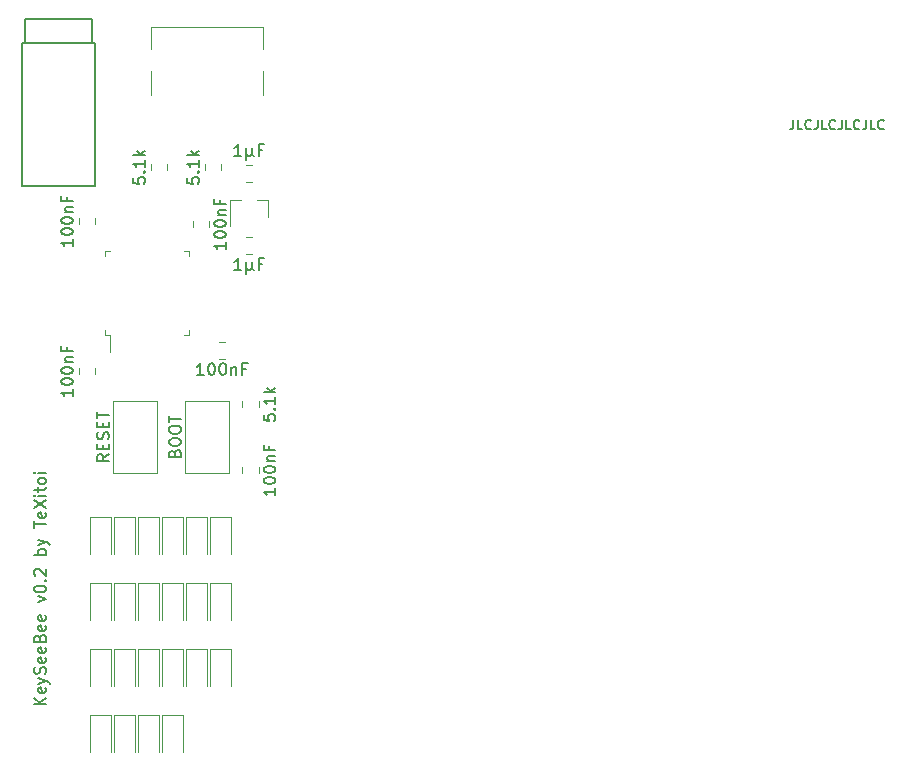
<source format=gto>
G04 #@! TF.GenerationSoftware,KiCad,Pcbnew,5.0.2+dfsg1-1*
G04 #@! TF.CreationDate,2020-09-05T17:33:06+02:00*
G04 #@! TF.ProjectId,right,72696768-742e-46b6-9963-61645f706362,rev?*
G04 #@! TF.SameCoordinates,Original*
G04 #@! TF.FileFunction,Legend,Top*
G04 #@! TF.FilePolarity,Positive*
%FSLAX46Y46*%
G04 Gerber Fmt 4.6, Leading zero omitted, Abs format (unit mm)*
G04 Created by KiCad (PCBNEW 5.0.2+dfsg1-1) date sam. 05 sept. 2020 17:33:06 CEST*
%MOMM*%
%LPD*%
G01*
G04 APERTURE LIST*
%ADD10C,0.200000*%
%ADD11C,0.120000*%
%ADD12C,0.150000*%
%ADD13C,4.102000*%
%ADD14C,2.002000*%
%ADD15C,1.802000*%
%ADD16R,1.602000X1.602000*%
%ADD17C,0.100000*%
%ADD18C,1.252000*%
%ADD19R,1.102000X1.102000*%
%ADD20R,0.352000X1.402000*%
%ADD21R,1.402000X0.352000*%
%ADD22R,0.902000X1.002000*%
%ADD23C,0.902000*%
%ADD24O,1.102000X1.502000*%
%ADD25O,1.102000X1.702000*%
%ADD26C,0.752000*%
%ADD27O,1.102000X2.202000*%
%ADD28R,0.402000X1.552000*%
%ADD29R,0.702000X1.552000*%
G04 APERTURE END LIST*
D10*
X146418761Y-72713904D02*
X146418761Y-73285333D01*
X146380666Y-73399619D01*
X146304476Y-73475809D01*
X146190190Y-73513904D01*
X146114000Y-73513904D01*
X147180666Y-73513904D02*
X146799714Y-73513904D01*
X146799714Y-72713904D01*
X147904476Y-73437714D02*
X147866380Y-73475809D01*
X147752095Y-73513904D01*
X147675904Y-73513904D01*
X147561619Y-73475809D01*
X147485428Y-73399619D01*
X147447333Y-73323428D01*
X147409238Y-73171047D01*
X147409238Y-73056761D01*
X147447333Y-72904380D01*
X147485428Y-72828190D01*
X147561619Y-72752000D01*
X147675904Y-72713904D01*
X147752095Y-72713904D01*
X147866380Y-72752000D01*
X147904476Y-72790095D01*
X148475904Y-72713904D02*
X148475904Y-73285333D01*
X148437809Y-73399619D01*
X148361619Y-73475809D01*
X148247333Y-73513904D01*
X148171142Y-73513904D01*
X149237809Y-73513904D02*
X148856857Y-73513904D01*
X148856857Y-72713904D01*
X149961619Y-73437714D02*
X149923523Y-73475809D01*
X149809238Y-73513904D01*
X149733047Y-73513904D01*
X149618761Y-73475809D01*
X149542571Y-73399619D01*
X149504476Y-73323428D01*
X149466380Y-73171047D01*
X149466380Y-73056761D01*
X149504476Y-72904380D01*
X149542571Y-72828190D01*
X149618761Y-72752000D01*
X149733047Y-72713904D01*
X149809238Y-72713904D01*
X149923523Y-72752000D01*
X149961619Y-72790095D01*
X150533047Y-72713904D02*
X150533047Y-73285333D01*
X150494952Y-73399619D01*
X150418761Y-73475809D01*
X150304476Y-73513904D01*
X150228285Y-73513904D01*
X151294952Y-73513904D02*
X150914000Y-73513904D01*
X150914000Y-72713904D01*
X152018761Y-73437714D02*
X151980666Y-73475809D01*
X151866380Y-73513904D01*
X151790190Y-73513904D01*
X151675904Y-73475809D01*
X151599714Y-73399619D01*
X151561619Y-73323428D01*
X151523523Y-73171047D01*
X151523523Y-73056761D01*
X151561619Y-72904380D01*
X151599714Y-72828190D01*
X151675904Y-72752000D01*
X151790190Y-72713904D01*
X151866380Y-72713904D01*
X151980666Y-72752000D01*
X152018761Y-72790095D01*
X152590190Y-72713904D02*
X152590190Y-73285333D01*
X152552095Y-73399619D01*
X152475904Y-73475809D01*
X152361619Y-73513904D01*
X152285428Y-73513904D01*
X153352095Y-73513904D02*
X152971142Y-73513904D01*
X152971142Y-72713904D01*
X154075904Y-73437714D02*
X154037809Y-73475809D01*
X153923523Y-73513904D01*
X153847333Y-73513904D01*
X153733047Y-73475809D01*
X153656857Y-73399619D01*
X153618761Y-73323428D01*
X153580666Y-73171047D01*
X153580666Y-73056761D01*
X153618761Y-72904380D01*
X153656857Y-72828190D01*
X153733047Y-72752000D01*
X153847333Y-72713904D01*
X153923523Y-72713904D01*
X154037809Y-72752000D01*
X154075904Y-72790095D01*
X83129380Y-122186904D02*
X82129380Y-122186904D01*
X83129380Y-121615476D02*
X82557952Y-122044047D01*
X82129380Y-121615476D02*
X82700809Y-122186904D01*
X83081761Y-120805952D02*
X83129380Y-120901190D01*
X83129380Y-121091666D01*
X83081761Y-121186904D01*
X82986523Y-121234523D01*
X82605571Y-121234523D01*
X82510333Y-121186904D01*
X82462714Y-121091666D01*
X82462714Y-120901190D01*
X82510333Y-120805952D01*
X82605571Y-120758333D01*
X82700809Y-120758333D01*
X82796047Y-121234523D01*
X82462714Y-120425000D02*
X83129380Y-120186904D01*
X82462714Y-119948809D02*
X83129380Y-120186904D01*
X83367476Y-120282142D01*
X83415095Y-120329761D01*
X83462714Y-120425000D01*
X83081761Y-119615476D02*
X83129380Y-119472619D01*
X83129380Y-119234523D01*
X83081761Y-119139285D01*
X83034142Y-119091666D01*
X82938904Y-119044047D01*
X82843666Y-119044047D01*
X82748428Y-119091666D01*
X82700809Y-119139285D01*
X82653190Y-119234523D01*
X82605571Y-119425000D01*
X82557952Y-119520238D01*
X82510333Y-119567857D01*
X82415095Y-119615476D01*
X82319857Y-119615476D01*
X82224619Y-119567857D01*
X82177000Y-119520238D01*
X82129380Y-119425000D01*
X82129380Y-119186904D01*
X82177000Y-119044047D01*
X83081761Y-118234523D02*
X83129380Y-118329761D01*
X83129380Y-118520238D01*
X83081761Y-118615476D01*
X82986523Y-118663095D01*
X82605571Y-118663095D01*
X82510333Y-118615476D01*
X82462714Y-118520238D01*
X82462714Y-118329761D01*
X82510333Y-118234523D01*
X82605571Y-118186904D01*
X82700809Y-118186904D01*
X82796047Y-118663095D01*
X83081761Y-117377380D02*
X83129380Y-117472619D01*
X83129380Y-117663095D01*
X83081761Y-117758333D01*
X82986523Y-117805952D01*
X82605571Y-117805952D01*
X82510333Y-117758333D01*
X82462714Y-117663095D01*
X82462714Y-117472619D01*
X82510333Y-117377380D01*
X82605571Y-117329761D01*
X82700809Y-117329761D01*
X82796047Y-117805952D01*
X82605571Y-116567857D02*
X82653190Y-116425000D01*
X82700809Y-116377380D01*
X82796047Y-116329761D01*
X82938904Y-116329761D01*
X83034142Y-116377380D01*
X83081761Y-116425000D01*
X83129380Y-116520238D01*
X83129380Y-116901190D01*
X82129380Y-116901190D01*
X82129380Y-116567857D01*
X82177000Y-116472619D01*
X82224619Y-116425000D01*
X82319857Y-116377380D01*
X82415095Y-116377380D01*
X82510333Y-116425000D01*
X82557952Y-116472619D01*
X82605571Y-116567857D01*
X82605571Y-116901190D01*
X83081761Y-115520238D02*
X83129380Y-115615476D01*
X83129380Y-115805952D01*
X83081761Y-115901190D01*
X82986523Y-115948809D01*
X82605571Y-115948809D01*
X82510333Y-115901190D01*
X82462714Y-115805952D01*
X82462714Y-115615476D01*
X82510333Y-115520238D01*
X82605571Y-115472619D01*
X82700809Y-115472619D01*
X82796047Y-115948809D01*
X83081761Y-114663095D02*
X83129380Y-114758333D01*
X83129380Y-114948809D01*
X83081761Y-115044047D01*
X82986523Y-115091666D01*
X82605571Y-115091666D01*
X82510333Y-115044047D01*
X82462714Y-114948809D01*
X82462714Y-114758333D01*
X82510333Y-114663095D01*
X82605571Y-114615476D01*
X82700809Y-114615476D01*
X82796047Y-115091666D01*
X82462714Y-113520238D02*
X83129380Y-113282142D01*
X82462714Y-113044047D01*
X82129380Y-112472619D02*
X82129380Y-112377380D01*
X82177000Y-112282142D01*
X82224619Y-112234523D01*
X82319857Y-112186904D01*
X82510333Y-112139285D01*
X82748428Y-112139285D01*
X82938904Y-112186904D01*
X83034142Y-112234523D01*
X83081761Y-112282142D01*
X83129380Y-112377380D01*
X83129380Y-112472619D01*
X83081761Y-112567857D01*
X83034142Y-112615476D01*
X82938904Y-112663095D01*
X82748428Y-112710714D01*
X82510333Y-112710714D01*
X82319857Y-112663095D01*
X82224619Y-112615476D01*
X82177000Y-112567857D01*
X82129380Y-112472619D01*
X83034142Y-111710714D02*
X83081761Y-111663095D01*
X83129380Y-111710714D01*
X83081761Y-111758333D01*
X83034142Y-111710714D01*
X83129380Y-111710714D01*
X82224619Y-111282142D02*
X82177000Y-111234523D01*
X82129380Y-111139285D01*
X82129380Y-110901190D01*
X82177000Y-110805952D01*
X82224619Y-110758333D01*
X82319857Y-110710714D01*
X82415095Y-110710714D01*
X82557952Y-110758333D01*
X83129380Y-111329761D01*
X83129380Y-110710714D01*
X83129380Y-109520238D02*
X82129380Y-109520238D01*
X82510333Y-109520238D02*
X82462714Y-109425000D01*
X82462714Y-109234523D01*
X82510333Y-109139285D01*
X82557952Y-109091666D01*
X82653190Y-109044047D01*
X82938904Y-109044047D01*
X83034142Y-109091666D01*
X83081761Y-109139285D01*
X83129380Y-109234523D01*
X83129380Y-109425000D01*
X83081761Y-109520238D01*
X82462714Y-108710714D02*
X83129380Y-108472619D01*
X82462714Y-108234523D02*
X83129380Y-108472619D01*
X83367476Y-108567857D01*
X83415095Y-108615476D01*
X83462714Y-108710714D01*
X82129380Y-107234523D02*
X82129380Y-106663095D01*
X83129380Y-106948809D02*
X82129380Y-106948809D01*
X83081761Y-105948809D02*
X83129380Y-106044047D01*
X83129380Y-106234523D01*
X83081761Y-106329761D01*
X82986523Y-106377380D01*
X82605571Y-106377380D01*
X82510333Y-106329761D01*
X82462714Y-106234523D01*
X82462714Y-106044047D01*
X82510333Y-105948809D01*
X82605571Y-105901190D01*
X82700809Y-105901190D01*
X82796047Y-106377380D01*
X82129380Y-105567857D02*
X83129380Y-104901190D01*
X82129380Y-104901190D02*
X83129380Y-105567857D01*
X83129380Y-104520238D02*
X82462714Y-104520238D01*
X82129380Y-104520238D02*
X82177000Y-104567857D01*
X82224619Y-104520238D01*
X82177000Y-104472619D01*
X82129380Y-104520238D01*
X82224619Y-104520238D01*
X82462714Y-104186904D02*
X82462714Y-103805952D01*
X82129380Y-104044047D02*
X82986523Y-104044047D01*
X83081761Y-103996428D01*
X83129380Y-103901190D01*
X83129380Y-103805952D01*
X83129380Y-103329761D02*
X83081761Y-103425000D01*
X83034142Y-103472619D01*
X82938904Y-103520238D01*
X82653190Y-103520238D01*
X82557952Y-103472619D01*
X82510333Y-103425000D01*
X82462714Y-103329761D01*
X82462714Y-103186904D01*
X82510333Y-103091666D01*
X82557952Y-103044047D01*
X82653190Y-102996428D01*
X82938904Y-102996428D01*
X83034142Y-103044047D01*
X83081761Y-103091666D01*
X83129380Y-103186904D01*
X83129380Y-103329761D01*
X83129380Y-102567857D02*
X82462714Y-102567857D01*
X82129380Y-102567857D02*
X82177000Y-102615476D01*
X82224619Y-102567857D01*
X82177000Y-102520238D01*
X82129380Y-102567857D01*
X82224619Y-102567857D01*
D11*
G04 #@! TO.C,SW2*
X92528000Y-102628000D02*
X88828000Y-102628000D01*
X92528000Y-96508000D02*
X92528000Y-102628000D01*
X88828000Y-96508000D02*
X92528000Y-96508000D01*
X88828000Y-102628000D02*
X88828000Y-96508000D01*
G04 #@! TO.C,SW1*
X98624000Y-96508000D02*
X98624000Y-102628000D01*
X98624000Y-102628000D02*
X94924000Y-102628000D01*
X94924000Y-102628000D02*
X94924000Y-96508000D01*
X94924000Y-96508000D02*
X98624000Y-96508000D01*
G04 #@! TO.C,C1*
X101167000Y-102100748D02*
X101167000Y-102623252D01*
X99747000Y-102100748D02*
X99747000Y-102623252D01*
G04 #@! TO.C,C2*
X85904000Y-81018748D02*
X85904000Y-81541252D01*
X87324000Y-81018748D02*
X87324000Y-81541252D01*
G04 #@! TO.C,C3*
X95556000Y-81795252D02*
X95556000Y-81272748D01*
X96976000Y-81795252D02*
X96976000Y-81272748D01*
G04 #@! TO.C,C4*
X97782748Y-92912000D02*
X98305252Y-92912000D01*
X97782748Y-91492000D02*
X98305252Y-91492000D01*
G04 #@! TO.C,C5*
X87324000Y-93718748D02*
X87324000Y-94241252D01*
X85904000Y-93718748D02*
X85904000Y-94241252D01*
G04 #@! TO.C,C6*
X100068748Y-84022000D02*
X100591252Y-84022000D01*
X100068748Y-82602000D02*
X100591252Y-82602000D01*
G04 #@! TO.C,C7*
X100068748Y-76506000D02*
X100591252Y-76506000D01*
X100068748Y-77926000D02*
X100591252Y-77926000D01*
G04 #@! TO.C,D17*
X88607000Y-123068000D02*
X88607000Y-126218000D01*
X86907000Y-123068000D02*
X86907000Y-126218000D01*
X88607000Y-123068000D02*
X86907000Y-123068000D01*
G04 #@! TO.C,D15*
X88607000Y-111892000D02*
X86907000Y-111892000D01*
X86907000Y-111892000D02*
X86907000Y-115042000D01*
X88607000Y-111892000D02*
X88607000Y-115042000D01*
G04 #@! TO.C,D14*
X88607000Y-106304000D02*
X88607000Y-109454000D01*
X86907000Y-106304000D02*
X86907000Y-109454000D01*
X88607000Y-106304000D02*
X86907000Y-106304000D01*
G04 #@! TO.C,D12*
X94703000Y-123068000D02*
X93003000Y-123068000D01*
X93003000Y-123068000D02*
X93003000Y-126218000D01*
X94703000Y-123068000D02*
X94703000Y-126218000D01*
G04 #@! TO.C,D11*
X94703000Y-117480000D02*
X94703000Y-120630000D01*
X93003000Y-117480000D02*
X93003000Y-120630000D01*
X94703000Y-117480000D02*
X93003000Y-117480000D01*
G04 #@! TO.C,D10*
X94703000Y-111892000D02*
X93003000Y-111892000D01*
X93003000Y-111892000D02*
X93003000Y-115042000D01*
X94703000Y-111892000D02*
X94703000Y-115042000D01*
G04 #@! TO.C,D9*
X94703000Y-106304000D02*
X94703000Y-109454000D01*
X93003000Y-106304000D02*
X93003000Y-109454000D01*
X94703000Y-106304000D02*
X93003000Y-106304000D01*
G04 #@! TO.C,D7*
X98767000Y-117480000D02*
X97067000Y-117480000D01*
X97067000Y-117480000D02*
X97067000Y-120630000D01*
X98767000Y-117480000D02*
X98767000Y-120630000D01*
G04 #@! TO.C,D6*
X98767000Y-111892000D02*
X98767000Y-115042000D01*
X97067000Y-111892000D02*
X97067000Y-115042000D01*
X98767000Y-111892000D02*
X97067000Y-111892000D01*
G04 #@! TO.C,D5*
X98767000Y-106304000D02*
X97067000Y-106304000D01*
X97067000Y-106304000D02*
X97067000Y-109454000D01*
X98767000Y-106304000D02*
X98767000Y-109454000D01*
G04 #@! TO.C,D16*
X88607000Y-117480000D02*
X88607000Y-120630000D01*
X86907000Y-117480000D02*
X86907000Y-120630000D01*
X88607000Y-117480000D02*
X86907000Y-117480000D01*
G04 #@! TO.C,D20*
X96735000Y-111892000D02*
X95035000Y-111892000D01*
X95035000Y-111892000D02*
X95035000Y-115042000D01*
X96735000Y-111892000D02*
X96735000Y-115042000D01*
G04 #@! TO.C,D36*
X90639000Y-123068000D02*
X90639000Y-126218000D01*
X88939000Y-123068000D02*
X88939000Y-126218000D01*
X90639000Y-123068000D02*
X88939000Y-123068000D01*
G04 #@! TO.C,D34*
X90639000Y-111892000D02*
X88939000Y-111892000D01*
X88939000Y-111892000D02*
X88939000Y-115042000D01*
X90639000Y-111892000D02*
X90639000Y-115042000D01*
G04 #@! TO.C,D33*
X90639000Y-106304000D02*
X90639000Y-109454000D01*
X88939000Y-106304000D02*
X88939000Y-109454000D01*
X90639000Y-106304000D02*
X88939000Y-106304000D01*
G04 #@! TO.C,D26*
X92671000Y-123068000D02*
X90971000Y-123068000D01*
X90971000Y-123068000D02*
X90971000Y-126218000D01*
X92671000Y-123068000D02*
X92671000Y-126218000D01*
G04 #@! TO.C,D25*
X92671000Y-117480000D02*
X92671000Y-120630000D01*
X90971000Y-117480000D02*
X90971000Y-120630000D01*
X92671000Y-117480000D02*
X90971000Y-117480000D01*
G04 #@! TO.C,D24*
X92671000Y-111892000D02*
X90971000Y-111892000D01*
X90971000Y-111892000D02*
X90971000Y-115042000D01*
X92671000Y-111892000D02*
X92671000Y-115042000D01*
G04 #@! TO.C,D23*
X92671000Y-106304000D02*
X92671000Y-109454000D01*
X90971000Y-106304000D02*
X90971000Y-109454000D01*
X92671000Y-106304000D02*
X90971000Y-106304000D01*
G04 #@! TO.C,D21*
X96735000Y-117480000D02*
X95035000Y-117480000D01*
X95035000Y-117480000D02*
X95035000Y-120630000D01*
X96735000Y-117480000D02*
X96735000Y-120630000D01*
G04 #@! TO.C,D19*
X96735000Y-106304000D02*
X96735000Y-109454000D01*
X95035000Y-106304000D02*
X95035000Y-109454000D01*
X96735000Y-106304000D02*
X95035000Y-106304000D01*
G04 #@! TO.C,D35*
X90639000Y-117480000D02*
X88939000Y-117480000D01*
X88939000Y-117480000D02*
X88939000Y-120630000D01*
X90639000Y-117480000D02*
X90639000Y-120630000D01*
G04 #@! TO.C,U1*
X88134000Y-83816000D02*
X88554000Y-83816000D01*
X95254000Y-83816000D02*
X94834000Y-83816000D01*
X95254000Y-90936000D02*
X94834000Y-90936000D01*
X88134000Y-90936000D02*
X88134000Y-90516000D01*
X95254000Y-83816000D02*
X95254000Y-84236000D01*
X88134000Y-83816000D02*
X88134000Y-84236000D01*
X88554000Y-90936000D02*
X88554000Y-92316000D01*
X88134000Y-90936000D02*
X88554000Y-90936000D01*
X95254000Y-90936000D02*
X95254000Y-90516000D01*
G04 #@! TO.C,U2*
X101910000Y-79504000D02*
X100980000Y-79504000D01*
X98750000Y-79504000D02*
X99680000Y-79504000D01*
X98750000Y-79504000D02*
X98750000Y-81664000D01*
X101910000Y-79504000D02*
X101910000Y-80964000D01*
G04 #@! TO.C,R7*
X97992000Y-76446748D02*
X97992000Y-76969252D01*
X96572000Y-76446748D02*
X96572000Y-76969252D01*
G04 #@! TO.C,R6*
X92000000Y-76446748D02*
X92000000Y-76969252D01*
X93420000Y-76446748D02*
X93420000Y-76969252D01*
G04 #@! TO.C,R1*
X101167000Y-96512748D02*
X101167000Y-97035252D01*
X99747000Y-96512748D02*
X99747000Y-97035252D01*
D12*
G04 #@! TO.C,J2*
X87001000Y-64167000D02*
X81401000Y-64167000D01*
X81401000Y-66167000D02*
X81401000Y-64167000D01*
X87001000Y-66167000D02*
X87001000Y-64167000D01*
X81151000Y-66167000D02*
X81151000Y-78267000D01*
X87251000Y-66167000D02*
X87251000Y-78267000D01*
X87251000Y-78267000D02*
X81151000Y-78267000D01*
X87251000Y-66167000D02*
X81151000Y-66167000D01*
D11*
G04 #@! TO.C,J1*
X101474000Y-66707000D02*
X101474000Y-64807000D01*
X101474000Y-70607000D02*
X101474000Y-68607000D01*
X92074000Y-66707000D02*
X92074000Y-64807000D01*
X92074000Y-70607000D02*
X92074000Y-68607000D01*
X101474000Y-64807000D02*
X92074000Y-64807000D01*
G04 #@! TO.C,SW2*
D12*
X88463380Y-101020380D02*
X87987190Y-101353714D01*
X88463380Y-101591809D02*
X87463380Y-101591809D01*
X87463380Y-101210857D01*
X87511000Y-101115619D01*
X87558619Y-101068000D01*
X87653857Y-101020380D01*
X87796714Y-101020380D01*
X87891952Y-101068000D01*
X87939571Y-101115619D01*
X87987190Y-101210857D01*
X87987190Y-101591809D01*
X87939571Y-100591809D02*
X87939571Y-100258476D01*
X88463380Y-100115619D02*
X88463380Y-100591809D01*
X87463380Y-100591809D01*
X87463380Y-100115619D01*
X88415761Y-99734666D02*
X88463380Y-99591809D01*
X88463380Y-99353714D01*
X88415761Y-99258476D01*
X88368142Y-99210857D01*
X88272904Y-99163238D01*
X88177666Y-99163238D01*
X88082428Y-99210857D01*
X88034809Y-99258476D01*
X87987190Y-99353714D01*
X87939571Y-99544190D01*
X87891952Y-99639428D01*
X87844333Y-99687047D01*
X87749095Y-99734666D01*
X87653857Y-99734666D01*
X87558619Y-99687047D01*
X87511000Y-99639428D01*
X87463380Y-99544190D01*
X87463380Y-99306095D01*
X87511000Y-99163238D01*
X87939571Y-98734666D02*
X87939571Y-98401333D01*
X88463380Y-98258476D02*
X88463380Y-98734666D01*
X87463380Y-98734666D01*
X87463380Y-98258476D01*
X87463380Y-97972761D02*
X87463380Y-97401333D01*
X88463380Y-97687047D02*
X87463380Y-97687047D01*
G04 #@! TO.C,SW1*
X94035571Y-100925142D02*
X94083190Y-100782285D01*
X94130809Y-100734666D01*
X94226047Y-100687047D01*
X94368904Y-100687047D01*
X94464142Y-100734666D01*
X94511761Y-100782285D01*
X94559380Y-100877523D01*
X94559380Y-101258476D01*
X93559380Y-101258476D01*
X93559380Y-100925142D01*
X93607000Y-100829904D01*
X93654619Y-100782285D01*
X93749857Y-100734666D01*
X93845095Y-100734666D01*
X93940333Y-100782285D01*
X93987952Y-100829904D01*
X94035571Y-100925142D01*
X94035571Y-101258476D01*
X93559380Y-100068000D02*
X93559380Y-99877523D01*
X93607000Y-99782285D01*
X93702238Y-99687047D01*
X93892714Y-99639428D01*
X94226047Y-99639428D01*
X94416523Y-99687047D01*
X94511761Y-99782285D01*
X94559380Y-99877523D01*
X94559380Y-100068000D01*
X94511761Y-100163238D01*
X94416523Y-100258476D01*
X94226047Y-100306095D01*
X93892714Y-100306095D01*
X93702238Y-100258476D01*
X93607000Y-100163238D01*
X93559380Y-100068000D01*
X93559380Y-99020380D02*
X93559380Y-98829904D01*
X93607000Y-98734666D01*
X93702238Y-98639428D01*
X93892714Y-98591809D01*
X94226047Y-98591809D01*
X94416523Y-98639428D01*
X94511761Y-98734666D01*
X94559380Y-98829904D01*
X94559380Y-99020380D01*
X94511761Y-99115619D01*
X94416523Y-99210857D01*
X94226047Y-99258476D01*
X93892714Y-99258476D01*
X93702238Y-99210857D01*
X93607000Y-99115619D01*
X93559380Y-99020380D01*
X93559380Y-98306095D02*
X93559380Y-97734666D01*
X94559380Y-98020380D02*
X93559380Y-98020380D01*
G04 #@! TO.C,C1*
X102560380Y-103909619D02*
X102560380Y-104481047D01*
X102560380Y-104195333D02*
X101560380Y-104195333D01*
X101703238Y-104290571D01*
X101798476Y-104385809D01*
X101846095Y-104481047D01*
X101560380Y-103290571D02*
X101560380Y-103195333D01*
X101608000Y-103100095D01*
X101655619Y-103052476D01*
X101750857Y-103004857D01*
X101941333Y-102957238D01*
X102179428Y-102957238D01*
X102369904Y-103004857D01*
X102465142Y-103052476D01*
X102512761Y-103100095D01*
X102560380Y-103195333D01*
X102560380Y-103290571D01*
X102512761Y-103385809D01*
X102465142Y-103433428D01*
X102369904Y-103481047D01*
X102179428Y-103528666D01*
X101941333Y-103528666D01*
X101750857Y-103481047D01*
X101655619Y-103433428D01*
X101608000Y-103385809D01*
X101560380Y-103290571D01*
X101560380Y-102338190D02*
X101560380Y-102242952D01*
X101608000Y-102147714D01*
X101655619Y-102100095D01*
X101750857Y-102052476D01*
X101941333Y-102004857D01*
X102179428Y-102004857D01*
X102369904Y-102052476D01*
X102465142Y-102100095D01*
X102512761Y-102147714D01*
X102560380Y-102242952D01*
X102560380Y-102338190D01*
X102512761Y-102433428D01*
X102465142Y-102481047D01*
X102369904Y-102528666D01*
X102179428Y-102576285D01*
X101941333Y-102576285D01*
X101750857Y-102528666D01*
X101655619Y-102481047D01*
X101608000Y-102433428D01*
X101560380Y-102338190D01*
X101893714Y-101576285D02*
X102560380Y-101576285D01*
X101988952Y-101576285D02*
X101941333Y-101528666D01*
X101893714Y-101433428D01*
X101893714Y-101290571D01*
X101941333Y-101195333D01*
X102036571Y-101147714D01*
X102560380Y-101147714D01*
X102036571Y-100338190D02*
X102036571Y-100671523D01*
X102560380Y-100671523D02*
X101560380Y-100671523D01*
X101560380Y-100195333D01*
G04 #@! TO.C,C2*
X85416380Y-82827619D02*
X85416380Y-83399047D01*
X85416380Y-83113333D02*
X84416380Y-83113333D01*
X84559238Y-83208571D01*
X84654476Y-83303809D01*
X84702095Y-83399047D01*
X84416380Y-82208571D02*
X84416380Y-82113333D01*
X84464000Y-82018095D01*
X84511619Y-81970476D01*
X84606857Y-81922857D01*
X84797333Y-81875238D01*
X85035428Y-81875238D01*
X85225904Y-81922857D01*
X85321142Y-81970476D01*
X85368761Y-82018095D01*
X85416380Y-82113333D01*
X85416380Y-82208571D01*
X85368761Y-82303809D01*
X85321142Y-82351428D01*
X85225904Y-82399047D01*
X85035428Y-82446666D01*
X84797333Y-82446666D01*
X84606857Y-82399047D01*
X84511619Y-82351428D01*
X84464000Y-82303809D01*
X84416380Y-82208571D01*
X84416380Y-81256190D02*
X84416380Y-81160952D01*
X84464000Y-81065714D01*
X84511619Y-81018095D01*
X84606857Y-80970476D01*
X84797333Y-80922857D01*
X85035428Y-80922857D01*
X85225904Y-80970476D01*
X85321142Y-81018095D01*
X85368761Y-81065714D01*
X85416380Y-81160952D01*
X85416380Y-81256190D01*
X85368761Y-81351428D01*
X85321142Y-81399047D01*
X85225904Y-81446666D01*
X85035428Y-81494285D01*
X84797333Y-81494285D01*
X84606857Y-81446666D01*
X84511619Y-81399047D01*
X84464000Y-81351428D01*
X84416380Y-81256190D01*
X84749714Y-80494285D02*
X85416380Y-80494285D01*
X84844952Y-80494285D02*
X84797333Y-80446666D01*
X84749714Y-80351428D01*
X84749714Y-80208571D01*
X84797333Y-80113333D01*
X84892571Y-80065714D01*
X85416380Y-80065714D01*
X84892571Y-79256190D02*
X84892571Y-79589523D01*
X85416380Y-79589523D02*
X84416380Y-79589523D01*
X84416380Y-79113333D01*
G04 #@! TO.C,C3*
X98369380Y-83081619D02*
X98369380Y-83653047D01*
X98369380Y-83367333D02*
X97369380Y-83367333D01*
X97512238Y-83462571D01*
X97607476Y-83557809D01*
X97655095Y-83653047D01*
X97369380Y-82462571D02*
X97369380Y-82367333D01*
X97417000Y-82272095D01*
X97464619Y-82224476D01*
X97559857Y-82176857D01*
X97750333Y-82129238D01*
X97988428Y-82129238D01*
X98178904Y-82176857D01*
X98274142Y-82224476D01*
X98321761Y-82272095D01*
X98369380Y-82367333D01*
X98369380Y-82462571D01*
X98321761Y-82557809D01*
X98274142Y-82605428D01*
X98178904Y-82653047D01*
X97988428Y-82700666D01*
X97750333Y-82700666D01*
X97559857Y-82653047D01*
X97464619Y-82605428D01*
X97417000Y-82557809D01*
X97369380Y-82462571D01*
X97369380Y-81510190D02*
X97369380Y-81414952D01*
X97417000Y-81319714D01*
X97464619Y-81272095D01*
X97559857Y-81224476D01*
X97750333Y-81176857D01*
X97988428Y-81176857D01*
X98178904Y-81224476D01*
X98274142Y-81272095D01*
X98321761Y-81319714D01*
X98369380Y-81414952D01*
X98369380Y-81510190D01*
X98321761Y-81605428D01*
X98274142Y-81653047D01*
X98178904Y-81700666D01*
X97988428Y-81748285D01*
X97750333Y-81748285D01*
X97559857Y-81700666D01*
X97464619Y-81653047D01*
X97417000Y-81605428D01*
X97369380Y-81510190D01*
X97702714Y-80748285D02*
X98369380Y-80748285D01*
X97797952Y-80748285D02*
X97750333Y-80700666D01*
X97702714Y-80605428D01*
X97702714Y-80462571D01*
X97750333Y-80367333D01*
X97845571Y-80319714D01*
X98369380Y-80319714D01*
X97845571Y-79510190D02*
X97845571Y-79843523D01*
X98369380Y-79843523D02*
X97369380Y-79843523D01*
X97369380Y-79367333D01*
G04 #@! TO.C,C4*
X96496380Y-94304380D02*
X95924952Y-94304380D01*
X96210666Y-94304380D02*
X96210666Y-93304380D01*
X96115428Y-93447238D01*
X96020190Y-93542476D01*
X95924952Y-93590095D01*
X97115428Y-93304380D02*
X97210666Y-93304380D01*
X97305904Y-93352000D01*
X97353523Y-93399619D01*
X97401142Y-93494857D01*
X97448761Y-93685333D01*
X97448761Y-93923428D01*
X97401142Y-94113904D01*
X97353523Y-94209142D01*
X97305904Y-94256761D01*
X97210666Y-94304380D01*
X97115428Y-94304380D01*
X97020190Y-94256761D01*
X96972571Y-94209142D01*
X96924952Y-94113904D01*
X96877333Y-93923428D01*
X96877333Y-93685333D01*
X96924952Y-93494857D01*
X96972571Y-93399619D01*
X97020190Y-93352000D01*
X97115428Y-93304380D01*
X98067809Y-93304380D02*
X98163047Y-93304380D01*
X98258285Y-93352000D01*
X98305904Y-93399619D01*
X98353523Y-93494857D01*
X98401142Y-93685333D01*
X98401142Y-93923428D01*
X98353523Y-94113904D01*
X98305904Y-94209142D01*
X98258285Y-94256761D01*
X98163047Y-94304380D01*
X98067809Y-94304380D01*
X97972571Y-94256761D01*
X97924952Y-94209142D01*
X97877333Y-94113904D01*
X97829714Y-93923428D01*
X97829714Y-93685333D01*
X97877333Y-93494857D01*
X97924952Y-93399619D01*
X97972571Y-93352000D01*
X98067809Y-93304380D01*
X98829714Y-93637714D02*
X98829714Y-94304380D01*
X98829714Y-93732952D02*
X98877333Y-93685333D01*
X98972571Y-93637714D01*
X99115428Y-93637714D01*
X99210666Y-93685333D01*
X99258285Y-93780571D01*
X99258285Y-94304380D01*
X100067809Y-93780571D02*
X99734476Y-93780571D01*
X99734476Y-94304380D02*
X99734476Y-93304380D01*
X100210666Y-93304380D01*
G04 #@! TO.C,C5*
X85416380Y-95527619D02*
X85416380Y-96099047D01*
X85416380Y-95813333D02*
X84416380Y-95813333D01*
X84559238Y-95908571D01*
X84654476Y-96003809D01*
X84702095Y-96099047D01*
X84416380Y-94908571D02*
X84416380Y-94813333D01*
X84464000Y-94718095D01*
X84511619Y-94670476D01*
X84606857Y-94622857D01*
X84797333Y-94575238D01*
X85035428Y-94575238D01*
X85225904Y-94622857D01*
X85321142Y-94670476D01*
X85368761Y-94718095D01*
X85416380Y-94813333D01*
X85416380Y-94908571D01*
X85368761Y-95003809D01*
X85321142Y-95051428D01*
X85225904Y-95099047D01*
X85035428Y-95146666D01*
X84797333Y-95146666D01*
X84606857Y-95099047D01*
X84511619Y-95051428D01*
X84464000Y-95003809D01*
X84416380Y-94908571D01*
X84416380Y-93956190D02*
X84416380Y-93860952D01*
X84464000Y-93765714D01*
X84511619Y-93718095D01*
X84606857Y-93670476D01*
X84797333Y-93622857D01*
X85035428Y-93622857D01*
X85225904Y-93670476D01*
X85321142Y-93718095D01*
X85368761Y-93765714D01*
X85416380Y-93860952D01*
X85416380Y-93956190D01*
X85368761Y-94051428D01*
X85321142Y-94099047D01*
X85225904Y-94146666D01*
X85035428Y-94194285D01*
X84797333Y-94194285D01*
X84606857Y-94146666D01*
X84511619Y-94099047D01*
X84464000Y-94051428D01*
X84416380Y-93956190D01*
X84749714Y-93194285D02*
X85416380Y-93194285D01*
X84844952Y-93194285D02*
X84797333Y-93146666D01*
X84749714Y-93051428D01*
X84749714Y-92908571D01*
X84797333Y-92813333D01*
X84892571Y-92765714D01*
X85416380Y-92765714D01*
X84892571Y-91956190D02*
X84892571Y-92289523D01*
X85416380Y-92289523D02*
X84416380Y-92289523D01*
X84416380Y-91813333D01*
G04 #@! TO.C,C6*
X99663333Y-85414380D02*
X99091904Y-85414380D01*
X99377619Y-85414380D02*
X99377619Y-84414380D01*
X99282380Y-84557238D01*
X99187142Y-84652476D01*
X99091904Y-84700095D01*
X100091904Y-84747714D02*
X100091904Y-85747714D01*
X100568095Y-85271523D02*
X100615714Y-85366761D01*
X100710952Y-85414380D01*
X100091904Y-85271523D02*
X100139523Y-85366761D01*
X100234761Y-85414380D01*
X100425238Y-85414380D01*
X100520476Y-85366761D01*
X100568095Y-85271523D01*
X100568095Y-84747714D01*
X101472857Y-84890571D02*
X101139523Y-84890571D01*
X101139523Y-85414380D02*
X101139523Y-84414380D01*
X101615714Y-84414380D01*
G04 #@! TO.C,C7*
X99663333Y-75763380D02*
X99091904Y-75763380D01*
X99377619Y-75763380D02*
X99377619Y-74763380D01*
X99282380Y-74906238D01*
X99187142Y-75001476D01*
X99091904Y-75049095D01*
X100091904Y-75096714D02*
X100091904Y-76096714D01*
X100568095Y-75620523D02*
X100615714Y-75715761D01*
X100710952Y-75763380D01*
X100091904Y-75620523D02*
X100139523Y-75715761D01*
X100234761Y-75763380D01*
X100425238Y-75763380D01*
X100520476Y-75715761D01*
X100568095Y-75620523D01*
X100568095Y-75096714D01*
X101472857Y-75239571D02*
X101139523Y-75239571D01*
X101139523Y-75763380D02*
X101139523Y-74763380D01*
X101615714Y-74763380D01*
G04 #@! TO.C,R7*
X95084380Y-77588952D02*
X95084380Y-78065142D01*
X95560571Y-78112761D01*
X95512952Y-78065142D01*
X95465333Y-77969904D01*
X95465333Y-77731809D01*
X95512952Y-77636571D01*
X95560571Y-77588952D01*
X95655809Y-77541333D01*
X95893904Y-77541333D01*
X95989142Y-77588952D01*
X96036761Y-77636571D01*
X96084380Y-77731809D01*
X96084380Y-77969904D01*
X96036761Y-78065142D01*
X95989142Y-78112761D01*
X95989142Y-77112761D02*
X96036761Y-77065142D01*
X96084380Y-77112761D01*
X96036761Y-77160380D01*
X95989142Y-77112761D01*
X96084380Y-77112761D01*
X96084380Y-76112761D02*
X96084380Y-76684190D01*
X96084380Y-76398476D02*
X95084380Y-76398476D01*
X95227238Y-76493714D01*
X95322476Y-76588952D01*
X95370095Y-76684190D01*
X96084380Y-75684190D02*
X95084380Y-75684190D01*
X95703428Y-75588952D02*
X96084380Y-75303238D01*
X95417714Y-75303238D02*
X95798666Y-75684190D01*
G04 #@! TO.C,R6*
X90512380Y-77588952D02*
X90512380Y-78065142D01*
X90988571Y-78112761D01*
X90940952Y-78065142D01*
X90893333Y-77969904D01*
X90893333Y-77731809D01*
X90940952Y-77636571D01*
X90988571Y-77588952D01*
X91083809Y-77541333D01*
X91321904Y-77541333D01*
X91417142Y-77588952D01*
X91464761Y-77636571D01*
X91512380Y-77731809D01*
X91512380Y-77969904D01*
X91464761Y-78065142D01*
X91417142Y-78112761D01*
X91417142Y-77112761D02*
X91464761Y-77065142D01*
X91512380Y-77112761D01*
X91464761Y-77160380D01*
X91417142Y-77112761D01*
X91512380Y-77112761D01*
X91512380Y-76112761D02*
X91512380Y-76684190D01*
X91512380Y-76398476D02*
X90512380Y-76398476D01*
X90655238Y-76493714D01*
X90750476Y-76588952D01*
X90798095Y-76684190D01*
X91512380Y-75684190D02*
X90512380Y-75684190D01*
X91131428Y-75588952D02*
X91512380Y-75303238D01*
X90845714Y-75303238D02*
X91226666Y-75684190D01*
G04 #@! TO.C,R1*
X101560380Y-97654952D02*
X101560380Y-98131142D01*
X102036571Y-98178761D01*
X101988952Y-98131142D01*
X101941333Y-98035904D01*
X101941333Y-97797809D01*
X101988952Y-97702571D01*
X102036571Y-97654952D01*
X102131809Y-97607333D01*
X102369904Y-97607333D01*
X102465142Y-97654952D01*
X102512761Y-97702571D01*
X102560380Y-97797809D01*
X102560380Y-98035904D01*
X102512761Y-98131142D01*
X102465142Y-98178761D01*
X102465142Y-97178761D02*
X102512761Y-97131142D01*
X102560380Y-97178761D01*
X102512761Y-97226380D01*
X102465142Y-97178761D01*
X102560380Y-97178761D01*
X102560380Y-96178761D02*
X102560380Y-96750190D01*
X102560380Y-96464476D02*
X101560380Y-96464476D01*
X101703238Y-96559714D01*
X101798476Y-96654952D01*
X101846095Y-96750190D01*
X102560380Y-95750190D02*
X101560380Y-95750190D01*
X102179428Y-95654952D02*
X102560380Y-95369238D01*
X101893714Y-95369238D02*
X102274666Y-95750190D01*
G04 #@! TD*
%LPC*%
D13*
G04 #@! TO.C,SW12*
X112014000Y-74422000D03*
D14*
X106514000Y-74422000D03*
X117514000Y-74422000D03*
D15*
X117094000Y-74422000D03*
X106934000Y-74422000D03*
G04 #@! TD*
G04 #@! TO.C,SW15*
X95021733Y-138918685D03*
X104114267Y-134385315D03*
D14*
X104490139Y-134197912D03*
X94645861Y-139106088D03*
D13*
X99568000Y-136652000D03*
G04 #@! TD*
G04 #@! TO.C,SW3*
X207264000Y-84582000D03*
D14*
X201764000Y-84582000D03*
X212764000Y-84582000D03*
D15*
X212344000Y-84582000D03*
X202184000Y-84582000D03*
G04 #@! TD*
G04 #@! TO.C,SW4*
X202184000Y-103632000D03*
X212344000Y-103632000D03*
D14*
X212764000Y-103632000D03*
X201764000Y-103632000D03*
D13*
X207264000Y-103632000D03*
G04 #@! TD*
G04 #@! TO.C,SW5*
X207264000Y-122682000D03*
D14*
X201764000Y-122682000D03*
X212764000Y-122682000D03*
D15*
X212344000Y-122682000D03*
X202184000Y-122682000D03*
G04 #@! TD*
G04 #@! TO.C,SW7*
X164084000Y-71882000D03*
X174244000Y-71882000D03*
D14*
X174664000Y-71882000D03*
X163664000Y-71882000D03*
D13*
X169164000Y-71882000D03*
G04 #@! TD*
G04 #@! TO.C,SW13*
X112014000Y-93472000D03*
D14*
X106514000Y-93472000D03*
X117514000Y-93472000D03*
D15*
X117094000Y-93472000D03*
X106934000Y-93472000D03*
G04 #@! TD*
G04 #@! TO.C,SW8*
X164084000Y-90932000D03*
X174244000Y-90932000D03*
D14*
X174664000Y-90932000D03*
X163664000Y-90932000D03*
D13*
X169164000Y-90932000D03*
G04 #@! TD*
G04 #@! TO.C,SW9*
X169164000Y-109982000D03*
D14*
X163664000Y-109982000D03*
X174664000Y-109982000D03*
D15*
X174244000Y-109982000D03*
X164084000Y-109982000D03*
G04 #@! TD*
G04 #@! TO.C,SW10*
X155194000Y-129032000D03*
X165354000Y-129032000D03*
D14*
X165774000Y-129032000D03*
X154774000Y-129032000D03*
D13*
X160274000Y-129032000D03*
G04 #@! TD*
D15*
G04 #@! TO.C,SW14*
X106934000Y-112522000D03*
X117094000Y-112522000D03*
D14*
X117514000Y-112522000D03*
X106514000Y-112522000D03*
D13*
X112014000Y-112522000D03*
G04 #@! TD*
G04 #@! TO.C,SW17*
X188214000Y-82042000D03*
D14*
X182714000Y-82042000D03*
X193714000Y-82042000D03*
D15*
X193294000Y-82042000D03*
X183134000Y-82042000D03*
G04 #@! TD*
G04 #@! TO.C,SW18*
X183134000Y-101092000D03*
X193294000Y-101092000D03*
D14*
X193714000Y-101092000D03*
X182714000Y-101092000D03*
D13*
X188214000Y-101092000D03*
G04 #@! TD*
G04 #@! TO.C,SW19*
X188214000Y-120142000D03*
D14*
X182714000Y-120142000D03*
X193714000Y-120142000D03*
D15*
X193294000Y-120142000D03*
X183134000Y-120142000D03*
G04 #@! TD*
G04 #@! TO.C,SW21*
X145034000Y-69342000D03*
X155194000Y-69342000D03*
D14*
X155614000Y-69342000D03*
X144614000Y-69342000D03*
D13*
X150114000Y-69342000D03*
G04 #@! TD*
G04 #@! TO.C,SW22*
X150114000Y-88392000D03*
D14*
X144614000Y-88392000D03*
X155614000Y-88392000D03*
D15*
X155194000Y-88392000D03*
X145034000Y-88392000D03*
G04 #@! TD*
G04 #@! TO.C,SW23*
X145034000Y-107442000D03*
X155194000Y-107442000D03*
D14*
X155614000Y-107442000D03*
X144614000Y-107442000D03*
D13*
X150114000Y-107442000D03*
G04 #@! TD*
G04 #@! TO.C,SW31*
X131064000Y-71882000D03*
D14*
X125564000Y-71882000D03*
X136564000Y-71882000D03*
D15*
X136144000Y-71882000D03*
X125984000Y-71882000D03*
G04 #@! TD*
G04 #@! TO.C,SW32*
X125984000Y-90932000D03*
X136144000Y-90932000D03*
D14*
X136564000Y-90932000D03*
X125564000Y-90932000D03*
D13*
X131064000Y-90932000D03*
G04 #@! TD*
G04 #@! TO.C,SW33*
X131064000Y-109982000D03*
D14*
X125564000Y-109982000D03*
X136564000Y-109982000D03*
D15*
X136144000Y-109982000D03*
X125984000Y-109982000D03*
G04 #@! TD*
G04 #@! TO.C,SW34*
X117094000Y-131572000D03*
X127254000Y-131572000D03*
D14*
X127674000Y-131572000D03*
X116674000Y-131572000D03*
D13*
X122174000Y-131572000D03*
G04 #@! TD*
G04 #@! TO.C,SW24*
X141224000Y-129032000D03*
D14*
X135724000Y-129032000D03*
X146724000Y-129032000D03*
D15*
X146304000Y-129032000D03*
X136144000Y-129032000D03*
G04 #@! TD*
D16*
G04 #@! TO.C,SW2*
X90678000Y-95668000D03*
X90678000Y-103468000D03*
G04 #@! TD*
G04 #@! TO.C,SW1*
X96774000Y-95668000D03*
X96774000Y-103468000D03*
G04 #@! TD*
D17*
G04 #@! TO.C,C1*
G36*
X100962505Y-100712311D02*
X100988925Y-100716230D01*
X101014835Y-100722720D01*
X101039983Y-100731718D01*
X101064128Y-100743138D01*
X101087038Y-100756869D01*
X101108492Y-100772780D01*
X101128282Y-100790718D01*
X101146220Y-100810508D01*
X101162131Y-100831962D01*
X101175862Y-100854872D01*
X101187282Y-100879017D01*
X101196280Y-100904165D01*
X101202770Y-100930075D01*
X101206689Y-100956495D01*
X101208000Y-100983173D01*
X101208000Y-101690827D01*
X101206689Y-101717505D01*
X101202770Y-101743925D01*
X101196280Y-101769835D01*
X101187282Y-101794983D01*
X101175862Y-101819128D01*
X101162131Y-101842038D01*
X101146220Y-101863492D01*
X101128282Y-101883282D01*
X101108492Y-101901220D01*
X101087038Y-101917131D01*
X101064128Y-101930862D01*
X101039983Y-101942282D01*
X101014835Y-101951280D01*
X100988925Y-101957770D01*
X100962505Y-101961689D01*
X100935827Y-101963000D01*
X99978173Y-101963000D01*
X99951495Y-101961689D01*
X99925075Y-101957770D01*
X99899165Y-101951280D01*
X99874017Y-101942282D01*
X99849872Y-101930862D01*
X99826962Y-101917131D01*
X99805508Y-101901220D01*
X99785718Y-101883282D01*
X99767780Y-101863492D01*
X99751869Y-101842038D01*
X99738138Y-101819128D01*
X99726718Y-101794983D01*
X99717720Y-101769835D01*
X99711230Y-101743925D01*
X99707311Y-101717505D01*
X99706000Y-101690827D01*
X99706000Y-100983173D01*
X99707311Y-100956495D01*
X99711230Y-100930075D01*
X99717720Y-100904165D01*
X99726718Y-100879017D01*
X99738138Y-100854872D01*
X99751869Y-100831962D01*
X99767780Y-100810508D01*
X99785718Y-100790718D01*
X99805508Y-100772780D01*
X99826962Y-100756869D01*
X99849872Y-100743138D01*
X99874017Y-100731718D01*
X99899165Y-100722720D01*
X99925075Y-100716230D01*
X99951495Y-100712311D01*
X99978173Y-100711000D01*
X100935827Y-100711000D01*
X100962505Y-100712311D01*
X100962505Y-100712311D01*
G37*
D18*
X100457000Y-101337000D03*
D17*
G36*
X100962505Y-102762311D02*
X100988925Y-102766230D01*
X101014835Y-102772720D01*
X101039983Y-102781718D01*
X101064128Y-102793138D01*
X101087038Y-102806869D01*
X101108492Y-102822780D01*
X101128282Y-102840718D01*
X101146220Y-102860508D01*
X101162131Y-102881962D01*
X101175862Y-102904872D01*
X101187282Y-102929017D01*
X101196280Y-102954165D01*
X101202770Y-102980075D01*
X101206689Y-103006495D01*
X101208000Y-103033173D01*
X101208000Y-103740827D01*
X101206689Y-103767505D01*
X101202770Y-103793925D01*
X101196280Y-103819835D01*
X101187282Y-103844983D01*
X101175862Y-103869128D01*
X101162131Y-103892038D01*
X101146220Y-103913492D01*
X101128282Y-103933282D01*
X101108492Y-103951220D01*
X101087038Y-103967131D01*
X101064128Y-103980862D01*
X101039983Y-103992282D01*
X101014835Y-104001280D01*
X100988925Y-104007770D01*
X100962505Y-104011689D01*
X100935827Y-104013000D01*
X99978173Y-104013000D01*
X99951495Y-104011689D01*
X99925075Y-104007770D01*
X99899165Y-104001280D01*
X99874017Y-103992282D01*
X99849872Y-103980862D01*
X99826962Y-103967131D01*
X99805508Y-103951220D01*
X99785718Y-103933282D01*
X99767780Y-103913492D01*
X99751869Y-103892038D01*
X99738138Y-103869128D01*
X99726718Y-103844983D01*
X99717720Y-103819835D01*
X99711230Y-103793925D01*
X99707311Y-103767505D01*
X99706000Y-103740827D01*
X99706000Y-103033173D01*
X99707311Y-103006495D01*
X99711230Y-102980075D01*
X99717720Y-102954165D01*
X99726718Y-102929017D01*
X99738138Y-102904872D01*
X99751869Y-102881962D01*
X99767780Y-102860508D01*
X99785718Y-102840718D01*
X99805508Y-102822780D01*
X99826962Y-102806869D01*
X99849872Y-102793138D01*
X99874017Y-102781718D01*
X99899165Y-102772720D01*
X99925075Y-102766230D01*
X99951495Y-102762311D01*
X99978173Y-102761000D01*
X100935827Y-102761000D01*
X100962505Y-102762311D01*
X100962505Y-102762311D01*
G37*
D18*
X100457000Y-103387000D03*
G04 #@! TD*
D17*
G04 #@! TO.C,C2*
G36*
X87119505Y-81680311D02*
X87145925Y-81684230D01*
X87171835Y-81690720D01*
X87196983Y-81699718D01*
X87221128Y-81711138D01*
X87244038Y-81724869D01*
X87265492Y-81740780D01*
X87285282Y-81758718D01*
X87303220Y-81778508D01*
X87319131Y-81799962D01*
X87332862Y-81822872D01*
X87344282Y-81847017D01*
X87353280Y-81872165D01*
X87359770Y-81898075D01*
X87363689Y-81924495D01*
X87365000Y-81951173D01*
X87365000Y-82658827D01*
X87363689Y-82685505D01*
X87359770Y-82711925D01*
X87353280Y-82737835D01*
X87344282Y-82762983D01*
X87332862Y-82787128D01*
X87319131Y-82810038D01*
X87303220Y-82831492D01*
X87285282Y-82851282D01*
X87265492Y-82869220D01*
X87244038Y-82885131D01*
X87221128Y-82898862D01*
X87196983Y-82910282D01*
X87171835Y-82919280D01*
X87145925Y-82925770D01*
X87119505Y-82929689D01*
X87092827Y-82931000D01*
X86135173Y-82931000D01*
X86108495Y-82929689D01*
X86082075Y-82925770D01*
X86056165Y-82919280D01*
X86031017Y-82910282D01*
X86006872Y-82898862D01*
X85983962Y-82885131D01*
X85962508Y-82869220D01*
X85942718Y-82851282D01*
X85924780Y-82831492D01*
X85908869Y-82810038D01*
X85895138Y-82787128D01*
X85883718Y-82762983D01*
X85874720Y-82737835D01*
X85868230Y-82711925D01*
X85864311Y-82685505D01*
X85863000Y-82658827D01*
X85863000Y-81951173D01*
X85864311Y-81924495D01*
X85868230Y-81898075D01*
X85874720Y-81872165D01*
X85883718Y-81847017D01*
X85895138Y-81822872D01*
X85908869Y-81799962D01*
X85924780Y-81778508D01*
X85942718Y-81758718D01*
X85962508Y-81740780D01*
X85983962Y-81724869D01*
X86006872Y-81711138D01*
X86031017Y-81699718D01*
X86056165Y-81690720D01*
X86082075Y-81684230D01*
X86108495Y-81680311D01*
X86135173Y-81679000D01*
X87092827Y-81679000D01*
X87119505Y-81680311D01*
X87119505Y-81680311D01*
G37*
D18*
X86614000Y-82305000D03*
D17*
G36*
X87119505Y-79630311D02*
X87145925Y-79634230D01*
X87171835Y-79640720D01*
X87196983Y-79649718D01*
X87221128Y-79661138D01*
X87244038Y-79674869D01*
X87265492Y-79690780D01*
X87285282Y-79708718D01*
X87303220Y-79728508D01*
X87319131Y-79749962D01*
X87332862Y-79772872D01*
X87344282Y-79797017D01*
X87353280Y-79822165D01*
X87359770Y-79848075D01*
X87363689Y-79874495D01*
X87365000Y-79901173D01*
X87365000Y-80608827D01*
X87363689Y-80635505D01*
X87359770Y-80661925D01*
X87353280Y-80687835D01*
X87344282Y-80712983D01*
X87332862Y-80737128D01*
X87319131Y-80760038D01*
X87303220Y-80781492D01*
X87285282Y-80801282D01*
X87265492Y-80819220D01*
X87244038Y-80835131D01*
X87221128Y-80848862D01*
X87196983Y-80860282D01*
X87171835Y-80869280D01*
X87145925Y-80875770D01*
X87119505Y-80879689D01*
X87092827Y-80881000D01*
X86135173Y-80881000D01*
X86108495Y-80879689D01*
X86082075Y-80875770D01*
X86056165Y-80869280D01*
X86031017Y-80860282D01*
X86006872Y-80848862D01*
X85983962Y-80835131D01*
X85962508Y-80819220D01*
X85942718Y-80801282D01*
X85924780Y-80781492D01*
X85908869Y-80760038D01*
X85895138Y-80737128D01*
X85883718Y-80712983D01*
X85874720Y-80687835D01*
X85868230Y-80661925D01*
X85864311Y-80635505D01*
X85863000Y-80608827D01*
X85863000Y-79901173D01*
X85864311Y-79874495D01*
X85868230Y-79848075D01*
X85874720Y-79822165D01*
X85883718Y-79797017D01*
X85895138Y-79772872D01*
X85908869Y-79749962D01*
X85924780Y-79728508D01*
X85942718Y-79708718D01*
X85962508Y-79690780D01*
X85983962Y-79674869D01*
X86006872Y-79661138D01*
X86031017Y-79649718D01*
X86056165Y-79640720D01*
X86082075Y-79634230D01*
X86108495Y-79630311D01*
X86135173Y-79629000D01*
X87092827Y-79629000D01*
X87119505Y-79630311D01*
X87119505Y-79630311D01*
G37*
D18*
X86614000Y-80255000D03*
G04 #@! TD*
D17*
G04 #@! TO.C,C3*
G36*
X96771505Y-81934311D02*
X96797925Y-81938230D01*
X96823835Y-81944720D01*
X96848983Y-81953718D01*
X96873128Y-81965138D01*
X96896038Y-81978869D01*
X96917492Y-81994780D01*
X96937282Y-82012718D01*
X96955220Y-82032508D01*
X96971131Y-82053962D01*
X96984862Y-82076872D01*
X96996282Y-82101017D01*
X97005280Y-82126165D01*
X97011770Y-82152075D01*
X97015689Y-82178495D01*
X97017000Y-82205173D01*
X97017000Y-82912827D01*
X97015689Y-82939505D01*
X97011770Y-82965925D01*
X97005280Y-82991835D01*
X96996282Y-83016983D01*
X96984862Y-83041128D01*
X96971131Y-83064038D01*
X96955220Y-83085492D01*
X96937282Y-83105282D01*
X96917492Y-83123220D01*
X96896038Y-83139131D01*
X96873128Y-83152862D01*
X96848983Y-83164282D01*
X96823835Y-83173280D01*
X96797925Y-83179770D01*
X96771505Y-83183689D01*
X96744827Y-83185000D01*
X95787173Y-83185000D01*
X95760495Y-83183689D01*
X95734075Y-83179770D01*
X95708165Y-83173280D01*
X95683017Y-83164282D01*
X95658872Y-83152862D01*
X95635962Y-83139131D01*
X95614508Y-83123220D01*
X95594718Y-83105282D01*
X95576780Y-83085492D01*
X95560869Y-83064038D01*
X95547138Y-83041128D01*
X95535718Y-83016983D01*
X95526720Y-82991835D01*
X95520230Y-82965925D01*
X95516311Y-82939505D01*
X95515000Y-82912827D01*
X95515000Y-82205173D01*
X95516311Y-82178495D01*
X95520230Y-82152075D01*
X95526720Y-82126165D01*
X95535718Y-82101017D01*
X95547138Y-82076872D01*
X95560869Y-82053962D01*
X95576780Y-82032508D01*
X95594718Y-82012718D01*
X95614508Y-81994780D01*
X95635962Y-81978869D01*
X95658872Y-81965138D01*
X95683017Y-81953718D01*
X95708165Y-81944720D01*
X95734075Y-81938230D01*
X95760495Y-81934311D01*
X95787173Y-81933000D01*
X96744827Y-81933000D01*
X96771505Y-81934311D01*
X96771505Y-81934311D01*
G37*
D18*
X96266000Y-82559000D03*
D17*
G36*
X96771505Y-79884311D02*
X96797925Y-79888230D01*
X96823835Y-79894720D01*
X96848983Y-79903718D01*
X96873128Y-79915138D01*
X96896038Y-79928869D01*
X96917492Y-79944780D01*
X96937282Y-79962718D01*
X96955220Y-79982508D01*
X96971131Y-80003962D01*
X96984862Y-80026872D01*
X96996282Y-80051017D01*
X97005280Y-80076165D01*
X97011770Y-80102075D01*
X97015689Y-80128495D01*
X97017000Y-80155173D01*
X97017000Y-80862827D01*
X97015689Y-80889505D01*
X97011770Y-80915925D01*
X97005280Y-80941835D01*
X96996282Y-80966983D01*
X96984862Y-80991128D01*
X96971131Y-81014038D01*
X96955220Y-81035492D01*
X96937282Y-81055282D01*
X96917492Y-81073220D01*
X96896038Y-81089131D01*
X96873128Y-81102862D01*
X96848983Y-81114282D01*
X96823835Y-81123280D01*
X96797925Y-81129770D01*
X96771505Y-81133689D01*
X96744827Y-81135000D01*
X95787173Y-81135000D01*
X95760495Y-81133689D01*
X95734075Y-81129770D01*
X95708165Y-81123280D01*
X95683017Y-81114282D01*
X95658872Y-81102862D01*
X95635962Y-81089131D01*
X95614508Y-81073220D01*
X95594718Y-81055282D01*
X95576780Y-81035492D01*
X95560869Y-81014038D01*
X95547138Y-80991128D01*
X95535718Y-80966983D01*
X95526720Y-80941835D01*
X95520230Y-80915925D01*
X95516311Y-80889505D01*
X95515000Y-80862827D01*
X95515000Y-80155173D01*
X95516311Y-80128495D01*
X95520230Y-80102075D01*
X95526720Y-80076165D01*
X95535718Y-80051017D01*
X95547138Y-80026872D01*
X95560869Y-80003962D01*
X95576780Y-79982508D01*
X95594718Y-79962718D01*
X95614508Y-79944780D01*
X95635962Y-79928869D01*
X95658872Y-79915138D01*
X95683017Y-79903718D01*
X95708165Y-79894720D01*
X95734075Y-79888230D01*
X95760495Y-79884311D01*
X95787173Y-79883000D01*
X96744827Y-79883000D01*
X96771505Y-79884311D01*
X96771505Y-79884311D01*
G37*
D18*
X96266000Y-80509000D03*
G04 #@! TD*
D17*
G04 #@! TO.C,C4*
G36*
X99449505Y-91452311D02*
X99475925Y-91456230D01*
X99501835Y-91462720D01*
X99526983Y-91471718D01*
X99551128Y-91483138D01*
X99574038Y-91496869D01*
X99595492Y-91512780D01*
X99615282Y-91530718D01*
X99633220Y-91550508D01*
X99649131Y-91571962D01*
X99662862Y-91594872D01*
X99674282Y-91619017D01*
X99683280Y-91644165D01*
X99689770Y-91670075D01*
X99693689Y-91696495D01*
X99695000Y-91723173D01*
X99695000Y-92680827D01*
X99693689Y-92707505D01*
X99689770Y-92733925D01*
X99683280Y-92759835D01*
X99674282Y-92784983D01*
X99662862Y-92809128D01*
X99649131Y-92832038D01*
X99633220Y-92853492D01*
X99615282Y-92873282D01*
X99595492Y-92891220D01*
X99574038Y-92907131D01*
X99551128Y-92920862D01*
X99526983Y-92932282D01*
X99501835Y-92941280D01*
X99475925Y-92947770D01*
X99449505Y-92951689D01*
X99422827Y-92953000D01*
X98715173Y-92953000D01*
X98688495Y-92951689D01*
X98662075Y-92947770D01*
X98636165Y-92941280D01*
X98611017Y-92932282D01*
X98586872Y-92920862D01*
X98563962Y-92907131D01*
X98542508Y-92891220D01*
X98522718Y-92873282D01*
X98504780Y-92853492D01*
X98488869Y-92832038D01*
X98475138Y-92809128D01*
X98463718Y-92784983D01*
X98454720Y-92759835D01*
X98448230Y-92733925D01*
X98444311Y-92707505D01*
X98443000Y-92680827D01*
X98443000Y-91723173D01*
X98444311Y-91696495D01*
X98448230Y-91670075D01*
X98454720Y-91644165D01*
X98463718Y-91619017D01*
X98475138Y-91594872D01*
X98488869Y-91571962D01*
X98504780Y-91550508D01*
X98522718Y-91530718D01*
X98542508Y-91512780D01*
X98563962Y-91496869D01*
X98586872Y-91483138D01*
X98611017Y-91471718D01*
X98636165Y-91462720D01*
X98662075Y-91456230D01*
X98688495Y-91452311D01*
X98715173Y-91451000D01*
X99422827Y-91451000D01*
X99449505Y-91452311D01*
X99449505Y-91452311D01*
G37*
D18*
X99069000Y-92202000D03*
D17*
G36*
X97399505Y-91452311D02*
X97425925Y-91456230D01*
X97451835Y-91462720D01*
X97476983Y-91471718D01*
X97501128Y-91483138D01*
X97524038Y-91496869D01*
X97545492Y-91512780D01*
X97565282Y-91530718D01*
X97583220Y-91550508D01*
X97599131Y-91571962D01*
X97612862Y-91594872D01*
X97624282Y-91619017D01*
X97633280Y-91644165D01*
X97639770Y-91670075D01*
X97643689Y-91696495D01*
X97645000Y-91723173D01*
X97645000Y-92680827D01*
X97643689Y-92707505D01*
X97639770Y-92733925D01*
X97633280Y-92759835D01*
X97624282Y-92784983D01*
X97612862Y-92809128D01*
X97599131Y-92832038D01*
X97583220Y-92853492D01*
X97565282Y-92873282D01*
X97545492Y-92891220D01*
X97524038Y-92907131D01*
X97501128Y-92920862D01*
X97476983Y-92932282D01*
X97451835Y-92941280D01*
X97425925Y-92947770D01*
X97399505Y-92951689D01*
X97372827Y-92953000D01*
X96665173Y-92953000D01*
X96638495Y-92951689D01*
X96612075Y-92947770D01*
X96586165Y-92941280D01*
X96561017Y-92932282D01*
X96536872Y-92920862D01*
X96513962Y-92907131D01*
X96492508Y-92891220D01*
X96472718Y-92873282D01*
X96454780Y-92853492D01*
X96438869Y-92832038D01*
X96425138Y-92809128D01*
X96413718Y-92784983D01*
X96404720Y-92759835D01*
X96398230Y-92733925D01*
X96394311Y-92707505D01*
X96393000Y-92680827D01*
X96393000Y-91723173D01*
X96394311Y-91696495D01*
X96398230Y-91670075D01*
X96404720Y-91644165D01*
X96413718Y-91619017D01*
X96425138Y-91594872D01*
X96438869Y-91571962D01*
X96454780Y-91550508D01*
X96472718Y-91530718D01*
X96492508Y-91512780D01*
X96513962Y-91496869D01*
X96536872Y-91483138D01*
X96561017Y-91471718D01*
X96586165Y-91462720D01*
X96612075Y-91456230D01*
X96638495Y-91452311D01*
X96665173Y-91451000D01*
X97372827Y-91451000D01*
X97399505Y-91452311D01*
X97399505Y-91452311D01*
G37*
D18*
X97019000Y-92202000D03*
G04 #@! TD*
D17*
G04 #@! TO.C,C5*
G36*
X87119505Y-92330311D02*
X87145925Y-92334230D01*
X87171835Y-92340720D01*
X87196983Y-92349718D01*
X87221128Y-92361138D01*
X87244038Y-92374869D01*
X87265492Y-92390780D01*
X87285282Y-92408718D01*
X87303220Y-92428508D01*
X87319131Y-92449962D01*
X87332862Y-92472872D01*
X87344282Y-92497017D01*
X87353280Y-92522165D01*
X87359770Y-92548075D01*
X87363689Y-92574495D01*
X87365000Y-92601173D01*
X87365000Y-93308827D01*
X87363689Y-93335505D01*
X87359770Y-93361925D01*
X87353280Y-93387835D01*
X87344282Y-93412983D01*
X87332862Y-93437128D01*
X87319131Y-93460038D01*
X87303220Y-93481492D01*
X87285282Y-93501282D01*
X87265492Y-93519220D01*
X87244038Y-93535131D01*
X87221128Y-93548862D01*
X87196983Y-93560282D01*
X87171835Y-93569280D01*
X87145925Y-93575770D01*
X87119505Y-93579689D01*
X87092827Y-93581000D01*
X86135173Y-93581000D01*
X86108495Y-93579689D01*
X86082075Y-93575770D01*
X86056165Y-93569280D01*
X86031017Y-93560282D01*
X86006872Y-93548862D01*
X85983962Y-93535131D01*
X85962508Y-93519220D01*
X85942718Y-93501282D01*
X85924780Y-93481492D01*
X85908869Y-93460038D01*
X85895138Y-93437128D01*
X85883718Y-93412983D01*
X85874720Y-93387835D01*
X85868230Y-93361925D01*
X85864311Y-93335505D01*
X85863000Y-93308827D01*
X85863000Y-92601173D01*
X85864311Y-92574495D01*
X85868230Y-92548075D01*
X85874720Y-92522165D01*
X85883718Y-92497017D01*
X85895138Y-92472872D01*
X85908869Y-92449962D01*
X85924780Y-92428508D01*
X85942718Y-92408718D01*
X85962508Y-92390780D01*
X85983962Y-92374869D01*
X86006872Y-92361138D01*
X86031017Y-92349718D01*
X86056165Y-92340720D01*
X86082075Y-92334230D01*
X86108495Y-92330311D01*
X86135173Y-92329000D01*
X87092827Y-92329000D01*
X87119505Y-92330311D01*
X87119505Y-92330311D01*
G37*
D18*
X86614000Y-92955000D03*
D17*
G36*
X87119505Y-94380311D02*
X87145925Y-94384230D01*
X87171835Y-94390720D01*
X87196983Y-94399718D01*
X87221128Y-94411138D01*
X87244038Y-94424869D01*
X87265492Y-94440780D01*
X87285282Y-94458718D01*
X87303220Y-94478508D01*
X87319131Y-94499962D01*
X87332862Y-94522872D01*
X87344282Y-94547017D01*
X87353280Y-94572165D01*
X87359770Y-94598075D01*
X87363689Y-94624495D01*
X87365000Y-94651173D01*
X87365000Y-95358827D01*
X87363689Y-95385505D01*
X87359770Y-95411925D01*
X87353280Y-95437835D01*
X87344282Y-95462983D01*
X87332862Y-95487128D01*
X87319131Y-95510038D01*
X87303220Y-95531492D01*
X87285282Y-95551282D01*
X87265492Y-95569220D01*
X87244038Y-95585131D01*
X87221128Y-95598862D01*
X87196983Y-95610282D01*
X87171835Y-95619280D01*
X87145925Y-95625770D01*
X87119505Y-95629689D01*
X87092827Y-95631000D01*
X86135173Y-95631000D01*
X86108495Y-95629689D01*
X86082075Y-95625770D01*
X86056165Y-95619280D01*
X86031017Y-95610282D01*
X86006872Y-95598862D01*
X85983962Y-95585131D01*
X85962508Y-95569220D01*
X85942718Y-95551282D01*
X85924780Y-95531492D01*
X85908869Y-95510038D01*
X85895138Y-95487128D01*
X85883718Y-95462983D01*
X85874720Y-95437835D01*
X85868230Y-95411925D01*
X85864311Y-95385505D01*
X85863000Y-95358827D01*
X85863000Y-94651173D01*
X85864311Y-94624495D01*
X85868230Y-94598075D01*
X85874720Y-94572165D01*
X85883718Y-94547017D01*
X85895138Y-94522872D01*
X85908869Y-94499962D01*
X85924780Y-94478508D01*
X85942718Y-94458718D01*
X85962508Y-94440780D01*
X85983962Y-94424869D01*
X86006872Y-94411138D01*
X86031017Y-94399718D01*
X86056165Y-94390720D01*
X86082075Y-94384230D01*
X86108495Y-94380311D01*
X86135173Y-94379000D01*
X87092827Y-94379000D01*
X87119505Y-94380311D01*
X87119505Y-94380311D01*
G37*
D18*
X86614000Y-95005000D03*
G04 #@! TD*
D17*
G04 #@! TO.C,C6*
G36*
X101735505Y-82562311D02*
X101761925Y-82566230D01*
X101787835Y-82572720D01*
X101812983Y-82581718D01*
X101837128Y-82593138D01*
X101860038Y-82606869D01*
X101881492Y-82622780D01*
X101901282Y-82640718D01*
X101919220Y-82660508D01*
X101935131Y-82681962D01*
X101948862Y-82704872D01*
X101960282Y-82729017D01*
X101969280Y-82754165D01*
X101975770Y-82780075D01*
X101979689Y-82806495D01*
X101981000Y-82833173D01*
X101981000Y-83790827D01*
X101979689Y-83817505D01*
X101975770Y-83843925D01*
X101969280Y-83869835D01*
X101960282Y-83894983D01*
X101948862Y-83919128D01*
X101935131Y-83942038D01*
X101919220Y-83963492D01*
X101901282Y-83983282D01*
X101881492Y-84001220D01*
X101860038Y-84017131D01*
X101837128Y-84030862D01*
X101812983Y-84042282D01*
X101787835Y-84051280D01*
X101761925Y-84057770D01*
X101735505Y-84061689D01*
X101708827Y-84063000D01*
X101001173Y-84063000D01*
X100974495Y-84061689D01*
X100948075Y-84057770D01*
X100922165Y-84051280D01*
X100897017Y-84042282D01*
X100872872Y-84030862D01*
X100849962Y-84017131D01*
X100828508Y-84001220D01*
X100808718Y-83983282D01*
X100790780Y-83963492D01*
X100774869Y-83942038D01*
X100761138Y-83919128D01*
X100749718Y-83894983D01*
X100740720Y-83869835D01*
X100734230Y-83843925D01*
X100730311Y-83817505D01*
X100729000Y-83790827D01*
X100729000Y-82833173D01*
X100730311Y-82806495D01*
X100734230Y-82780075D01*
X100740720Y-82754165D01*
X100749718Y-82729017D01*
X100761138Y-82704872D01*
X100774869Y-82681962D01*
X100790780Y-82660508D01*
X100808718Y-82640718D01*
X100828508Y-82622780D01*
X100849962Y-82606869D01*
X100872872Y-82593138D01*
X100897017Y-82581718D01*
X100922165Y-82572720D01*
X100948075Y-82566230D01*
X100974495Y-82562311D01*
X101001173Y-82561000D01*
X101708827Y-82561000D01*
X101735505Y-82562311D01*
X101735505Y-82562311D01*
G37*
D18*
X101355000Y-83312000D03*
D17*
G36*
X99685505Y-82562311D02*
X99711925Y-82566230D01*
X99737835Y-82572720D01*
X99762983Y-82581718D01*
X99787128Y-82593138D01*
X99810038Y-82606869D01*
X99831492Y-82622780D01*
X99851282Y-82640718D01*
X99869220Y-82660508D01*
X99885131Y-82681962D01*
X99898862Y-82704872D01*
X99910282Y-82729017D01*
X99919280Y-82754165D01*
X99925770Y-82780075D01*
X99929689Y-82806495D01*
X99931000Y-82833173D01*
X99931000Y-83790827D01*
X99929689Y-83817505D01*
X99925770Y-83843925D01*
X99919280Y-83869835D01*
X99910282Y-83894983D01*
X99898862Y-83919128D01*
X99885131Y-83942038D01*
X99869220Y-83963492D01*
X99851282Y-83983282D01*
X99831492Y-84001220D01*
X99810038Y-84017131D01*
X99787128Y-84030862D01*
X99762983Y-84042282D01*
X99737835Y-84051280D01*
X99711925Y-84057770D01*
X99685505Y-84061689D01*
X99658827Y-84063000D01*
X98951173Y-84063000D01*
X98924495Y-84061689D01*
X98898075Y-84057770D01*
X98872165Y-84051280D01*
X98847017Y-84042282D01*
X98822872Y-84030862D01*
X98799962Y-84017131D01*
X98778508Y-84001220D01*
X98758718Y-83983282D01*
X98740780Y-83963492D01*
X98724869Y-83942038D01*
X98711138Y-83919128D01*
X98699718Y-83894983D01*
X98690720Y-83869835D01*
X98684230Y-83843925D01*
X98680311Y-83817505D01*
X98679000Y-83790827D01*
X98679000Y-82833173D01*
X98680311Y-82806495D01*
X98684230Y-82780075D01*
X98690720Y-82754165D01*
X98699718Y-82729017D01*
X98711138Y-82704872D01*
X98724869Y-82681962D01*
X98740780Y-82660508D01*
X98758718Y-82640718D01*
X98778508Y-82622780D01*
X98799962Y-82606869D01*
X98822872Y-82593138D01*
X98847017Y-82581718D01*
X98872165Y-82572720D01*
X98898075Y-82566230D01*
X98924495Y-82562311D01*
X98951173Y-82561000D01*
X99658827Y-82561000D01*
X99685505Y-82562311D01*
X99685505Y-82562311D01*
G37*
D18*
X99305000Y-83312000D03*
G04 #@! TD*
D17*
G04 #@! TO.C,C7*
G36*
X99685505Y-76466311D02*
X99711925Y-76470230D01*
X99737835Y-76476720D01*
X99762983Y-76485718D01*
X99787128Y-76497138D01*
X99810038Y-76510869D01*
X99831492Y-76526780D01*
X99851282Y-76544718D01*
X99869220Y-76564508D01*
X99885131Y-76585962D01*
X99898862Y-76608872D01*
X99910282Y-76633017D01*
X99919280Y-76658165D01*
X99925770Y-76684075D01*
X99929689Y-76710495D01*
X99931000Y-76737173D01*
X99931000Y-77694827D01*
X99929689Y-77721505D01*
X99925770Y-77747925D01*
X99919280Y-77773835D01*
X99910282Y-77798983D01*
X99898862Y-77823128D01*
X99885131Y-77846038D01*
X99869220Y-77867492D01*
X99851282Y-77887282D01*
X99831492Y-77905220D01*
X99810038Y-77921131D01*
X99787128Y-77934862D01*
X99762983Y-77946282D01*
X99737835Y-77955280D01*
X99711925Y-77961770D01*
X99685505Y-77965689D01*
X99658827Y-77967000D01*
X98951173Y-77967000D01*
X98924495Y-77965689D01*
X98898075Y-77961770D01*
X98872165Y-77955280D01*
X98847017Y-77946282D01*
X98822872Y-77934862D01*
X98799962Y-77921131D01*
X98778508Y-77905220D01*
X98758718Y-77887282D01*
X98740780Y-77867492D01*
X98724869Y-77846038D01*
X98711138Y-77823128D01*
X98699718Y-77798983D01*
X98690720Y-77773835D01*
X98684230Y-77747925D01*
X98680311Y-77721505D01*
X98679000Y-77694827D01*
X98679000Y-76737173D01*
X98680311Y-76710495D01*
X98684230Y-76684075D01*
X98690720Y-76658165D01*
X98699718Y-76633017D01*
X98711138Y-76608872D01*
X98724869Y-76585962D01*
X98740780Y-76564508D01*
X98758718Y-76544718D01*
X98778508Y-76526780D01*
X98799962Y-76510869D01*
X98822872Y-76497138D01*
X98847017Y-76485718D01*
X98872165Y-76476720D01*
X98898075Y-76470230D01*
X98924495Y-76466311D01*
X98951173Y-76465000D01*
X99658827Y-76465000D01*
X99685505Y-76466311D01*
X99685505Y-76466311D01*
G37*
D18*
X99305000Y-77216000D03*
D17*
G36*
X101735505Y-76466311D02*
X101761925Y-76470230D01*
X101787835Y-76476720D01*
X101812983Y-76485718D01*
X101837128Y-76497138D01*
X101860038Y-76510869D01*
X101881492Y-76526780D01*
X101901282Y-76544718D01*
X101919220Y-76564508D01*
X101935131Y-76585962D01*
X101948862Y-76608872D01*
X101960282Y-76633017D01*
X101969280Y-76658165D01*
X101975770Y-76684075D01*
X101979689Y-76710495D01*
X101981000Y-76737173D01*
X101981000Y-77694827D01*
X101979689Y-77721505D01*
X101975770Y-77747925D01*
X101969280Y-77773835D01*
X101960282Y-77798983D01*
X101948862Y-77823128D01*
X101935131Y-77846038D01*
X101919220Y-77867492D01*
X101901282Y-77887282D01*
X101881492Y-77905220D01*
X101860038Y-77921131D01*
X101837128Y-77934862D01*
X101812983Y-77946282D01*
X101787835Y-77955280D01*
X101761925Y-77961770D01*
X101735505Y-77965689D01*
X101708827Y-77967000D01*
X101001173Y-77967000D01*
X100974495Y-77965689D01*
X100948075Y-77961770D01*
X100922165Y-77955280D01*
X100897017Y-77946282D01*
X100872872Y-77934862D01*
X100849962Y-77921131D01*
X100828508Y-77905220D01*
X100808718Y-77887282D01*
X100790780Y-77867492D01*
X100774869Y-77846038D01*
X100761138Y-77823128D01*
X100749718Y-77798983D01*
X100740720Y-77773835D01*
X100734230Y-77747925D01*
X100730311Y-77721505D01*
X100729000Y-77694827D01*
X100729000Y-76737173D01*
X100730311Y-76710495D01*
X100734230Y-76684075D01*
X100740720Y-76658165D01*
X100749718Y-76633017D01*
X100761138Y-76608872D01*
X100774869Y-76585962D01*
X100790780Y-76564508D01*
X100808718Y-76544718D01*
X100828508Y-76526780D01*
X100849962Y-76510869D01*
X100872872Y-76497138D01*
X100897017Y-76485718D01*
X100922165Y-76476720D01*
X100948075Y-76470230D01*
X100974495Y-76466311D01*
X101001173Y-76465000D01*
X101708827Y-76465000D01*
X101735505Y-76466311D01*
X101735505Y-76466311D01*
G37*
D18*
X101355000Y-77216000D03*
G04 #@! TD*
D19*
G04 #@! TO.C,D17*
X87757000Y-126218000D03*
X87757000Y-123718000D03*
G04 #@! TD*
G04 #@! TO.C,D15*
X87757000Y-112542000D03*
X87757000Y-115042000D03*
G04 #@! TD*
G04 #@! TO.C,D14*
X87757000Y-109454000D03*
X87757000Y-106954000D03*
G04 #@! TD*
G04 #@! TO.C,D12*
X93853000Y-123718000D03*
X93853000Y-126218000D03*
G04 #@! TD*
G04 #@! TO.C,D11*
X93853000Y-120630000D03*
X93853000Y-118130000D03*
G04 #@! TD*
G04 #@! TO.C,D10*
X93853000Y-112542000D03*
X93853000Y-115042000D03*
G04 #@! TD*
G04 #@! TO.C,D9*
X93853000Y-109454000D03*
X93853000Y-106954000D03*
G04 #@! TD*
G04 #@! TO.C,D7*
X97917000Y-118130000D03*
X97917000Y-120630000D03*
G04 #@! TD*
G04 #@! TO.C,D6*
X97917000Y-115042000D03*
X97917000Y-112542000D03*
G04 #@! TD*
G04 #@! TO.C,D5*
X97917000Y-106954000D03*
X97917000Y-109454000D03*
G04 #@! TD*
G04 #@! TO.C,D16*
X87757000Y-120630000D03*
X87757000Y-118130000D03*
G04 #@! TD*
G04 #@! TO.C,D20*
X95885000Y-112542000D03*
X95885000Y-115042000D03*
G04 #@! TD*
G04 #@! TO.C,D36*
X89789000Y-126218000D03*
X89789000Y-123718000D03*
G04 #@! TD*
G04 #@! TO.C,D34*
X89789000Y-112542000D03*
X89789000Y-115042000D03*
G04 #@! TD*
G04 #@! TO.C,D33*
X89789000Y-109454000D03*
X89789000Y-106954000D03*
G04 #@! TD*
G04 #@! TO.C,D26*
X91821000Y-123718000D03*
X91821000Y-126218000D03*
G04 #@! TD*
G04 #@! TO.C,D25*
X91821000Y-120630000D03*
X91821000Y-118130000D03*
G04 #@! TD*
G04 #@! TO.C,D24*
X91821000Y-112542000D03*
X91821000Y-115042000D03*
G04 #@! TD*
G04 #@! TO.C,D23*
X91821000Y-109454000D03*
X91821000Y-106954000D03*
G04 #@! TD*
G04 #@! TO.C,D21*
X95885000Y-118130000D03*
X95885000Y-120630000D03*
G04 #@! TD*
G04 #@! TO.C,D19*
X95885000Y-109454000D03*
X95885000Y-106954000D03*
G04 #@! TD*
G04 #@! TO.C,D35*
X89789000Y-118130000D03*
X89789000Y-120630000D03*
G04 #@! TD*
D20*
G04 #@! TO.C,U1*
X88944000Y-91726000D03*
X89444000Y-91726000D03*
X89944000Y-91726000D03*
X90444000Y-91726000D03*
X90944000Y-91726000D03*
X91444000Y-91726000D03*
X91944000Y-91726000D03*
X92444000Y-91726000D03*
X92944000Y-91726000D03*
X93444000Y-91726000D03*
X93944000Y-91726000D03*
X94444000Y-91726000D03*
D21*
X96044000Y-90126000D03*
X96044000Y-89626000D03*
X96044000Y-89126000D03*
X96044000Y-88626000D03*
X96044000Y-88126000D03*
X96044000Y-87626000D03*
X96044000Y-87126000D03*
X96044000Y-86626000D03*
X96044000Y-86126000D03*
X96044000Y-85626000D03*
X96044000Y-85126000D03*
X96044000Y-84626000D03*
D20*
X94444000Y-83026000D03*
X93944000Y-83026000D03*
X93444000Y-83026000D03*
X92944000Y-83026000D03*
X92444000Y-83026000D03*
X91944000Y-83026000D03*
X91444000Y-83026000D03*
X90944000Y-83026000D03*
X90444000Y-83026000D03*
X89944000Y-83026000D03*
X89444000Y-83026000D03*
X88944000Y-83026000D03*
D21*
X87344000Y-84626000D03*
X87344000Y-85126000D03*
X87344000Y-85626000D03*
X87344000Y-86126000D03*
X87344000Y-86626000D03*
X87344000Y-87126000D03*
X87344000Y-87626000D03*
X87344000Y-88126000D03*
X87344000Y-88626000D03*
X87344000Y-89126000D03*
X87344000Y-89626000D03*
X87344000Y-90126000D03*
G04 #@! TD*
D22*
G04 #@! TO.C,U2*
X99380000Y-81264000D03*
X101280000Y-81264000D03*
X100330000Y-79264000D03*
G04 #@! TD*
D17*
G04 #@! TO.C,R7*
G36*
X97787505Y-75058311D02*
X97813925Y-75062230D01*
X97839835Y-75068720D01*
X97864983Y-75077718D01*
X97889128Y-75089138D01*
X97912038Y-75102869D01*
X97933492Y-75118780D01*
X97953282Y-75136718D01*
X97971220Y-75156508D01*
X97987131Y-75177962D01*
X98000862Y-75200872D01*
X98012282Y-75225017D01*
X98021280Y-75250165D01*
X98027770Y-75276075D01*
X98031689Y-75302495D01*
X98033000Y-75329173D01*
X98033000Y-76036827D01*
X98031689Y-76063505D01*
X98027770Y-76089925D01*
X98021280Y-76115835D01*
X98012282Y-76140983D01*
X98000862Y-76165128D01*
X97987131Y-76188038D01*
X97971220Y-76209492D01*
X97953282Y-76229282D01*
X97933492Y-76247220D01*
X97912038Y-76263131D01*
X97889128Y-76276862D01*
X97864983Y-76288282D01*
X97839835Y-76297280D01*
X97813925Y-76303770D01*
X97787505Y-76307689D01*
X97760827Y-76309000D01*
X96803173Y-76309000D01*
X96776495Y-76307689D01*
X96750075Y-76303770D01*
X96724165Y-76297280D01*
X96699017Y-76288282D01*
X96674872Y-76276862D01*
X96651962Y-76263131D01*
X96630508Y-76247220D01*
X96610718Y-76229282D01*
X96592780Y-76209492D01*
X96576869Y-76188038D01*
X96563138Y-76165128D01*
X96551718Y-76140983D01*
X96542720Y-76115835D01*
X96536230Y-76089925D01*
X96532311Y-76063505D01*
X96531000Y-76036827D01*
X96531000Y-75329173D01*
X96532311Y-75302495D01*
X96536230Y-75276075D01*
X96542720Y-75250165D01*
X96551718Y-75225017D01*
X96563138Y-75200872D01*
X96576869Y-75177962D01*
X96592780Y-75156508D01*
X96610718Y-75136718D01*
X96630508Y-75118780D01*
X96651962Y-75102869D01*
X96674872Y-75089138D01*
X96699017Y-75077718D01*
X96724165Y-75068720D01*
X96750075Y-75062230D01*
X96776495Y-75058311D01*
X96803173Y-75057000D01*
X97760827Y-75057000D01*
X97787505Y-75058311D01*
X97787505Y-75058311D01*
G37*
D18*
X97282000Y-75683000D03*
D17*
G36*
X97787505Y-77108311D02*
X97813925Y-77112230D01*
X97839835Y-77118720D01*
X97864983Y-77127718D01*
X97889128Y-77139138D01*
X97912038Y-77152869D01*
X97933492Y-77168780D01*
X97953282Y-77186718D01*
X97971220Y-77206508D01*
X97987131Y-77227962D01*
X98000862Y-77250872D01*
X98012282Y-77275017D01*
X98021280Y-77300165D01*
X98027770Y-77326075D01*
X98031689Y-77352495D01*
X98033000Y-77379173D01*
X98033000Y-78086827D01*
X98031689Y-78113505D01*
X98027770Y-78139925D01*
X98021280Y-78165835D01*
X98012282Y-78190983D01*
X98000862Y-78215128D01*
X97987131Y-78238038D01*
X97971220Y-78259492D01*
X97953282Y-78279282D01*
X97933492Y-78297220D01*
X97912038Y-78313131D01*
X97889128Y-78326862D01*
X97864983Y-78338282D01*
X97839835Y-78347280D01*
X97813925Y-78353770D01*
X97787505Y-78357689D01*
X97760827Y-78359000D01*
X96803173Y-78359000D01*
X96776495Y-78357689D01*
X96750075Y-78353770D01*
X96724165Y-78347280D01*
X96699017Y-78338282D01*
X96674872Y-78326862D01*
X96651962Y-78313131D01*
X96630508Y-78297220D01*
X96610718Y-78279282D01*
X96592780Y-78259492D01*
X96576869Y-78238038D01*
X96563138Y-78215128D01*
X96551718Y-78190983D01*
X96542720Y-78165835D01*
X96536230Y-78139925D01*
X96532311Y-78113505D01*
X96531000Y-78086827D01*
X96531000Y-77379173D01*
X96532311Y-77352495D01*
X96536230Y-77326075D01*
X96542720Y-77300165D01*
X96551718Y-77275017D01*
X96563138Y-77250872D01*
X96576869Y-77227962D01*
X96592780Y-77206508D01*
X96610718Y-77186718D01*
X96630508Y-77168780D01*
X96651962Y-77152869D01*
X96674872Y-77139138D01*
X96699017Y-77127718D01*
X96724165Y-77118720D01*
X96750075Y-77112230D01*
X96776495Y-77108311D01*
X96803173Y-77107000D01*
X97760827Y-77107000D01*
X97787505Y-77108311D01*
X97787505Y-77108311D01*
G37*
D18*
X97282000Y-77733000D03*
G04 #@! TD*
D17*
G04 #@! TO.C,R6*
G36*
X93215505Y-77108311D02*
X93241925Y-77112230D01*
X93267835Y-77118720D01*
X93292983Y-77127718D01*
X93317128Y-77139138D01*
X93340038Y-77152869D01*
X93361492Y-77168780D01*
X93381282Y-77186718D01*
X93399220Y-77206508D01*
X93415131Y-77227962D01*
X93428862Y-77250872D01*
X93440282Y-77275017D01*
X93449280Y-77300165D01*
X93455770Y-77326075D01*
X93459689Y-77352495D01*
X93461000Y-77379173D01*
X93461000Y-78086827D01*
X93459689Y-78113505D01*
X93455770Y-78139925D01*
X93449280Y-78165835D01*
X93440282Y-78190983D01*
X93428862Y-78215128D01*
X93415131Y-78238038D01*
X93399220Y-78259492D01*
X93381282Y-78279282D01*
X93361492Y-78297220D01*
X93340038Y-78313131D01*
X93317128Y-78326862D01*
X93292983Y-78338282D01*
X93267835Y-78347280D01*
X93241925Y-78353770D01*
X93215505Y-78357689D01*
X93188827Y-78359000D01*
X92231173Y-78359000D01*
X92204495Y-78357689D01*
X92178075Y-78353770D01*
X92152165Y-78347280D01*
X92127017Y-78338282D01*
X92102872Y-78326862D01*
X92079962Y-78313131D01*
X92058508Y-78297220D01*
X92038718Y-78279282D01*
X92020780Y-78259492D01*
X92004869Y-78238038D01*
X91991138Y-78215128D01*
X91979718Y-78190983D01*
X91970720Y-78165835D01*
X91964230Y-78139925D01*
X91960311Y-78113505D01*
X91959000Y-78086827D01*
X91959000Y-77379173D01*
X91960311Y-77352495D01*
X91964230Y-77326075D01*
X91970720Y-77300165D01*
X91979718Y-77275017D01*
X91991138Y-77250872D01*
X92004869Y-77227962D01*
X92020780Y-77206508D01*
X92038718Y-77186718D01*
X92058508Y-77168780D01*
X92079962Y-77152869D01*
X92102872Y-77139138D01*
X92127017Y-77127718D01*
X92152165Y-77118720D01*
X92178075Y-77112230D01*
X92204495Y-77108311D01*
X92231173Y-77107000D01*
X93188827Y-77107000D01*
X93215505Y-77108311D01*
X93215505Y-77108311D01*
G37*
D18*
X92710000Y-77733000D03*
D17*
G36*
X93215505Y-75058311D02*
X93241925Y-75062230D01*
X93267835Y-75068720D01*
X93292983Y-75077718D01*
X93317128Y-75089138D01*
X93340038Y-75102869D01*
X93361492Y-75118780D01*
X93381282Y-75136718D01*
X93399220Y-75156508D01*
X93415131Y-75177962D01*
X93428862Y-75200872D01*
X93440282Y-75225017D01*
X93449280Y-75250165D01*
X93455770Y-75276075D01*
X93459689Y-75302495D01*
X93461000Y-75329173D01*
X93461000Y-76036827D01*
X93459689Y-76063505D01*
X93455770Y-76089925D01*
X93449280Y-76115835D01*
X93440282Y-76140983D01*
X93428862Y-76165128D01*
X93415131Y-76188038D01*
X93399220Y-76209492D01*
X93381282Y-76229282D01*
X93361492Y-76247220D01*
X93340038Y-76263131D01*
X93317128Y-76276862D01*
X93292983Y-76288282D01*
X93267835Y-76297280D01*
X93241925Y-76303770D01*
X93215505Y-76307689D01*
X93188827Y-76309000D01*
X92231173Y-76309000D01*
X92204495Y-76307689D01*
X92178075Y-76303770D01*
X92152165Y-76297280D01*
X92127017Y-76288282D01*
X92102872Y-76276862D01*
X92079962Y-76263131D01*
X92058508Y-76247220D01*
X92038718Y-76229282D01*
X92020780Y-76209492D01*
X92004869Y-76188038D01*
X91991138Y-76165128D01*
X91979718Y-76140983D01*
X91970720Y-76115835D01*
X91964230Y-76089925D01*
X91960311Y-76063505D01*
X91959000Y-76036827D01*
X91959000Y-75329173D01*
X91960311Y-75302495D01*
X91964230Y-75276075D01*
X91970720Y-75250165D01*
X91979718Y-75225017D01*
X91991138Y-75200872D01*
X92004869Y-75177962D01*
X92020780Y-75156508D01*
X92038718Y-75136718D01*
X92058508Y-75118780D01*
X92079962Y-75102869D01*
X92102872Y-75089138D01*
X92127017Y-75077718D01*
X92152165Y-75068720D01*
X92178075Y-75062230D01*
X92204495Y-75058311D01*
X92231173Y-75057000D01*
X93188827Y-75057000D01*
X93215505Y-75058311D01*
X93215505Y-75058311D01*
G37*
D18*
X92710000Y-75683000D03*
G04 #@! TD*
D17*
G04 #@! TO.C,R1*
G36*
X100962505Y-95124311D02*
X100988925Y-95128230D01*
X101014835Y-95134720D01*
X101039983Y-95143718D01*
X101064128Y-95155138D01*
X101087038Y-95168869D01*
X101108492Y-95184780D01*
X101128282Y-95202718D01*
X101146220Y-95222508D01*
X101162131Y-95243962D01*
X101175862Y-95266872D01*
X101187282Y-95291017D01*
X101196280Y-95316165D01*
X101202770Y-95342075D01*
X101206689Y-95368495D01*
X101208000Y-95395173D01*
X101208000Y-96102827D01*
X101206689Y-96129505D01*
X101202770Y-96155925D01*
X101196280Y-96181835D01*
X101187282Y-96206983D01*
X101175862Y-96231128D01*
X101162131Y-96254038D01*
X101146220Y-96275492D01*
X101128282Y-96295282D01*
X101108492Y-96313220D01*
X101087038Y-96329131D01*
X101064128Y-96342862D01*
X101039983Y-96354282D01*
X101014835Y-96363280D01*
X100988925Y-96369770D01*
X100962505Y-96373689D01*
X100935827Y-96375000D01*
X99978173Y-96375000D01*
X99951495Y-96373689D01*
X99925075Y-96369770D01*
X99899165Y-96363280D01*
X99874017Y-96354282D01*
X99849872Y-96342862D01*
X99826962Y-96329131D01*
X99805508Y-96313220D01*
X99785718Y-96295282D01*
X99767780Y-96275492D01*
X99751869Y-96254038D01*
X99738138Y-96231128D01*
X99726718Y-96206983D01*
X99717720Y-96181835D01*
X99711230Y-96155925D01*
X99707311Y-96129505D01*
X99706000Y-96102827D01*
X99706000Y-95395173D01*
X99707311Y-95368495D01*
X99711230Y-95342075D01*
X99717720Y-95316165D01*
X99726718Y-95291017D01*
X99738138Y-95266872D01*
X99751869Y-95243962D01*
X99767780Y-95222508D01*
X99785718Y-95202718D01*
X99805508Y-95184780D01*
X99826962Y-95168869D01*
X99849872Y-95155138D01*
X99874017Y-95143718D01*
X99899165Y-95134720D01*
X99925075Y-95128230D01*
X99951495Y-95124311D01*
X99978173Y-95123000D01*
X100935827Y-95123000D01*
X100962505Y-95124311D01*
X100962505Y-95124311D01*
G37*
D18*
X100457000Y-95749000D03*
D17*
G36*
X100962505Y-97174311D02*
X100988925Y-97178230D01*
X101014835Y-97184720D01*
X101039983Y-97193718D01*
X101064128Y-97205138D01*
X101087038Y-97218869D01*
X101108492Y-97234780D01*
X101128282Y-97252718D01*
X101146220Y-97272508D01*
X101162131Y-97293962D01*
X101175862Y-97316872D01*
X101187282Y-97341017D01*
X101196280Y-97366165D01*
X101202770Y-97392075D01*
X101206689Y-97418495D01*
X101208000Y-97445173D01*
X101208000Y-98152827D01*
X101206689Y-98179505D01*
X101202770Y-98205925D01*
X101196280Y-98231835D01*
X101187282Y-98256983D01*
X101175862Y-98281128D01*
X101162131Y-98304038D01*
X101146220Y-98325492D01*
X101128282Y-98345282D01*
X101108492Y-98363220D01*
X101087038Y-98379131D01*
X101064128Y-98392862D01*
X101039983Y-98404282D01*
X101014835Y-98413280D01*
X100988925Y-98419770D01*
X100962505Y-98423689D01*
X100935827Y-98425000D01*
X99978173Y-98425000D01*
X99951495Y-98423689D01*
X99925075Y-98419770D01*
X99899165Y-98413280D01*
X99874017Y-98404282D01*
X99849872Y-98392862D01*
X99826962Y-98379131D01*
X99805508Y-98363220D01*
X99785718Y-98345282D01*
X99767780Y-98325492D01*
X99751869Y-98304038D01*
X99738138Y-98281128D01*
X99726718Y-98256983D01*
X99717720Y-98231835D01*
X99711230Y-98205925D01*
X99707311Y-98179505D01*
X99706000Y-98152827D01*
X99706000Y-97445173D01*
X99707311Y-97418495D01*
X99711230Y-97392075D01*
X99717720Y-97366165D01*
X99726718Y-97341017D01*
X99738138Y-97316872D01*
X99751869Y-97293962D01*
X99767780Y-97272508D01*
X99785718Y-97252718D01*
X99805508Y-97234780D01*
X99826962Y-97218869D01*
X99849872Y-97205138D01*
X99874017Y-97193718D01*
X99899165Y-97184720D01*
X99925075Y-97178230D01*
X99951495Y-97174311D01*
X99978173Y-97173000D01*
X100935827Y-97173000D01*
X100962505Y-97174311D01*
X100962505Y-97174311D01*
G37*
D18*
X100457000Y-97799000D03*
G04 #@! TD*
D23*
G04 #@! TO.C,J2*
X84201000Y-74767000D03*
X84201000Y-67767000D03*
D24*
X86501000Y-69367000D03*
X86501000Y-72367000D03*
X86501000Y-76367000D03*
X81901000Y-77467000D03*
G04 #@! TD*
D25*
G04 #@! TO.C,J1*
X92454000Y-67657000D03*
D26*
X93884000Y-71307000D03*
D25*
X101094000Y-67657000D03*
D26*
X99664000Y-71307000D03*
D27*
X101094000Y-71837000D03*
X92454000Y-71837000D03*
D28*
X97024000Y-72752000D03*
X95024000Y-72752000D03*
X95524000Y-72752000D03*
X96024000Y-72752000D03*
X96524000Y-72752000D03*
X97524000Y-72752000D03*
X98024000Y-72752000D03*
X98524000Y-72752000D03*
D29*
X93524000Y-72752000D03*
X94324000Y-72752000D03*
X99224000Y-72752000D03*
X100024000Y-72752000D03*
X100024000Y-72752000D03*
X99224000Y-72752000D03*
X94324000Y-72752000D03*
X93524000Y-72752000D03*
G04 #@! TD*
M02*

</source>
